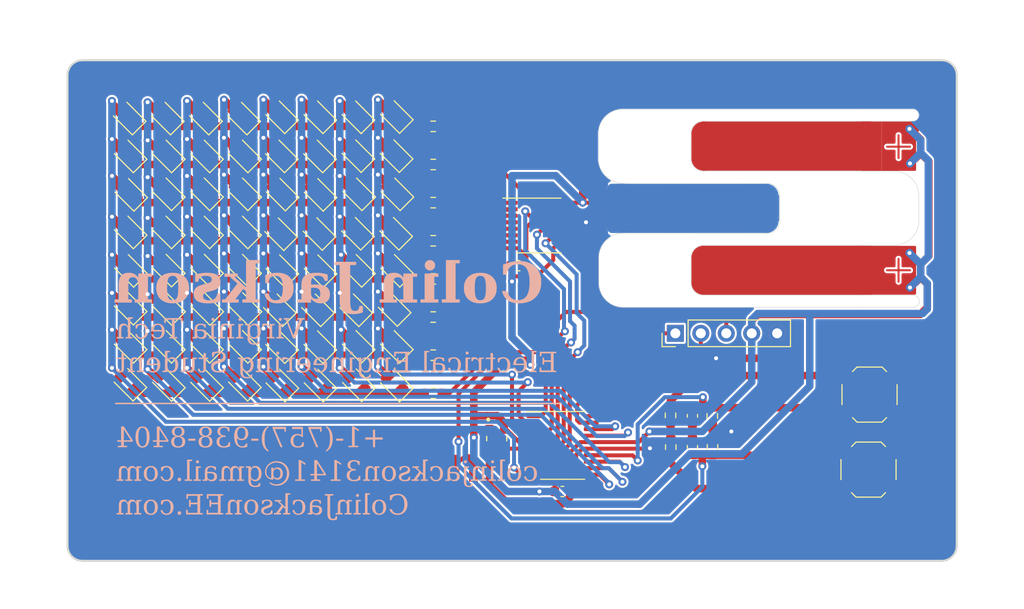
<source format=kicad_pcb>
(kicad_pcb (version 20221018) (generator pcbnew)
  (layers (0 "F.Cu" signal) (31 "B.Cu" signal) (34 "B.Paste" user) (35 "F.Paste" user) (36 "B.SilkS" user "B.Silkscreen") (37 "F.SilkS" user "F.Silkscreen") (38 "B.Mask" user) (39 "F.Mask" user) (44 "Edge.Cuts" user))
  (net 0 "")
  (net 1 "Net-(D1-K)")
  (net 2 "Row1")
  (net 3 "Net-(D10-K)")
  (net 4 "Net-(D11-K)")
  (net 5 "Net-(D12-K)")
  (net 6 "Net-(D13-K)")
  (net 7 "Net-(D14-K)")
  (net 8 "Net-(D15-K)")
  (net 9 "Net-(D16-K)")
  (net 10 "Row2")
  (net 11 "Row3")
  (net 12 "Row4")
  (net 13 "Row5")
  (net 14 "Row6")
  (net 15 "Row7")
  (net 16 "Row8")
  (net 17 "+3V0")
  (net 18 "GND")
  (net 19 "RESET")
  (net 20 "Col1")
  (net 21 "Col2")
  (net 22 "Col3")
  (net 23 "Col4")
  (net 24 "Col5")
  (net 25 "Col6")
  (net 26 "Col7")
  (net 27 "Col8")
  (net 28 "Net-(R10-Pad1)")
  (net 29 "BUTTON")
  (net 30 "Net-(R11-Pad1)")
  (net 31 "BUTTON2")
  (net 32 "SRCLK")
  (net 33 "RCLK")
  (net 34 "SER")
  (net 36 "SW_DIO")
  (net 37 "SW_CLK")
  (net 38 "CLK")
  (footprint "LED_SMD:LED_0805_2012Metric" (layer "F.Cu") (at 48.006 39.624 135)
    (fp_text reference "D20" hide)
    (fp_text value "L")
  )
  (footprint "LED_SMD:LED_0805_2012Metric" (layer "F.Cu") (at 44.196 39.624 135)
    (fp_text reference "D28" hide)
    (fp_text value "L")
  )
  (footprint "LED_SMD:LED_0805_2012Metric" (layer "F.Cu") (at 29.055087 28.166087 135)
    (fp_text reference "D60" hide)
    (fp_text value "L")
  )
  (footprint "LED_SMD:LED_0805_2012Metric" (layer "F.Cu") (at 40.386 24.384 135)
    (fp_text reference "D61" hide)
    (fp_text value "L")
  )
  (footprint "LED_SMD:LED_0805_2012Metric" (layer "F.Cu") (at 36.675087 28.166087 135)
    (fp_text reference "D58" hide)
    (fp_text value "L")
  )
  (footprint "LED_SMD:LED_0805_2012Metric" (layer "F.Cu") (at 36.675088 39.568174 135)
    (fp_text reference "D46" hide)
    (fp_text value "L")
  )
  (footprint "LED_SMD:LED_0805_2012Metric" (layer "F.Cu") (at 28.956 24.384 135)
    (fp_text reference "D64" hide)
    (fp_text value "L")
  )
  (footprint "LED_SMD:LED_0805_2012Metric" (layer "F.Cu") (at 40.513001 43.406087 135)
    (fp_text reference "D41" hide)
    (fp_text value "L")
  )
  (footprint "LED_SMD:LED_0805_2012Metric" (layer "F.Cu") (at 44.195999 51.054 135)
    (fp_text reference "D25" hide)
    (fp_text value "L")
  )
  (footprint "LED_SMD:LED_0805_2012Metric" (layer "F.Cu") (at 32.865087 50.998174 135)
    (fp_text reference "D35" hide)
    (fp_text value "L")
  )
  (footprint "LED_SMD:LED_0805_2012Metric" (layer "F.Cu") (at 51.788086 24.257 135)
    (fp_text reference "D16" hide)
    (fp_text value "L")
  )
  (footprint "LED_SMD:LED_0805_2012Metric" (layer "F.Cu") (at 51.871826 31.948174 135)
    (fp_text reference "D14" hide)
    (fp_text value "L")
  )
  (footprint "LED_SMD:LED_0805_2012Metric" (layer "F.Cu") (at 55.626 51.054 135)
    (fp_text reference "D1" hide)
    (fp_text value "L")
  )
  (footprint "Colin New Footprints:OSC_ECS-2520S25-250-FN-TR" (layer "F.Cu") (at 65.8368 56.5912 -90)
    (fp_text reference "Y1" hide)
    (fp_text value "Active Crystal Oscillator")
  )
  (footprint "LED_SMD:LED_0805_2012Metric" (layer "F.Cu") (at 55.399913 43.505174 135)
    (fp_text reference "D3" hide)
    (fp_text value "L")
  )
  (footprint "Colin New Footprints:CR2025 Circuit Board Battery Holder" (layer "F.Cu") (at 101.9724 24.8764)
    (fp_text reference "J1" hide)
    (fp_text value "Battery")
    (fp_line (start -26 3.75) (end -26 1.25) (stroke (width 0.05)) (layer "Edge.Cuts"))
    (fp_line (start -25.95 16.15) (end -25.95 13.65) (stroke (width 0.05)) (layer "Edge.Cuts"))
    (fp_line (start -23.55 -1.2) (end 0 -1.2) (stroke (width 0.05)) (layer "Edge.Cuts"))
    (fp_line (start -23.55 6.2) (end -9.136954 6.217588) (stroke (width 0.05)) (layer "Edge.Cuts"))
    (fp_line (start -23.5 11.2) (end -9.136954 11.217588) (stroke (width 0.05)) (layer "Edge.Cuts"))
    (fp_line (start -16.762951 3.749995) (end -16.762951 1.249995) (stroke (width 0.05)) (layer "Edge.Cuts"))
    (fp_line (start -16.749999 16.15) (end -16.749999 13.65) (stroke (width 0.05)) (layer "Edge.Cuts"))
    (fp_line (start -15.512951 -0.000005) (end 0.2 -0.000002) (stroke (width 0.05)) (layer "Edge.Cuts"))
    (fp_line (start -15.5 12.399997) (end 0 12.4) (stroke (width 0.05)) (layer "Edge.Cuts"))
    (fp_line (start -7.886954 7.45) (end -7.886954 9.95) (stroke (width 0.05)) (layer "Edge.Cuts"))
    (fp_line (start -0.050005 17.4) (end -15.5 17.400003) (stroke (width 0.05)) (layer "Edge.Cuts"))
    (fp_line (start 0 -1.2) (end 5.4 -1.2) (stroke (width 0.05)) (layer "Edge.Cuts"))
    (fp_line (start 0 4.999998) (end -15.512951 5.000001) (stroke (width 0.05)) (layer "Edge.Cuts"))
    (fp_line (start 0 5) (end 3.542588 5.007412) (stroke (width 0.05)) (layer "Edge.Cuts"))
    (fp_line (start 0 12.4) (end 3.55 12.4) (stroke (width 0.05)) (layer "Edge.Cuts"))
    (fp_line (start 0.05 18.6) (end -23.5 18.6) (stroke (width 0.05)) (layer "Edge.Cuts"))
    (fp_line (start 5.35 0) (end -0.05 0) (stroke (width 0.05)) (layer "Edge.Cuts"))
    (fp_line (start 5.45 17.4) (end -0.050005 17.4) (stroke (width 0.05)) (layer "Edge.Cuts"))
    (fp_line (start 5.45 18.6) (end 0.05 18.6) (stroke (width 0.05)) (layer "Edge.Cuts"))
    (fp_line (start 5.992588 7.457412) (end 6 9.95) (stroke (width 0.05)) (layer "Edge.Cuts"))
    (fp_arc (start -26 1.25) (mid -25.282412 -0.482412) (end -23.55 -1.2) (stroke (width 0.05)) (layer "Edge.Cuts"))
    (fp_arc (start -25.95 13.65) (mid -25.232412 11.917588) (end -23.5 11.2) (stroke (width 0.05)) (layer "Edge.Cuts"))
    (fp_arc (start -23.55 6.2) (mid -25.282412 5.482412) (end -26 3.75) (stroke (width 0.05)) (layer "Edge.Cuts"))
    (fp_arc (start -23.5 18.6) (mid -25.232412 17.882412) (end -25.95 16.15) (stroke (width 0.05)) (layer "Edge.Cuts"))
    (fp_arc (start -16.762951 1.249995) (mid -16.396834 0.366112) (end -15.512951 -0.000005) (stroke (width 0.05)) (layer "Edge.Cuts"))
    (fp_arc (start -16.750002 13.649997) (mid -16.383885 12.766114) (end -15.500002 12.399997) (stroke (width 0.05)) (layer "Edge.Cuts"))
    (fp_arc (start -15.512951 5.000001) (mid -16.396834 4.633884) (end -16.762951 3.750001) (stroke (width 0.05)) (layer "Edge.Cuts"))
    (fp_arc (start -15.500002 17.400003) (mid -16.383885 17.033886) (end -16.750002 16.150003) (stroke (width 0.05)) (layer "Edge.Cuts"))
    (fp_arc (start -9.136954 6.217588) (mid -8.25307 6.583704) (end -7.886954 7.467588) (stroke (width 0.05)) (layer "Edge.Cuts"))
    (fp_arc (start -7.886954 9.967588) (mid -8.253071 10.851471) (end -9.136954 11.217588) (stroke (width 0.05)) (layer "Edge.Cuts"))
    (fp_arc (start 3.542588 5.007412) (mid 5.275 5.725) (end 5.992588 7.457412) (stroke (width 0.05)) (layer "Edge.Cuts"))
    (fp_arc (start 5.4 -1.2) (mid 6 -0.6) (end 5.4 0) (stroke (width 0.05)) (layer "Edge.Cuts"))
    (fp_arc (start 5.45 17.4) (mid 6.05 18) (end 5.45 18.6) (stroke (width 0.05)) (layer "Edge.Cuts"))
    (fp_arc (start 6 9.95) (mid 5.282412 11.682412) (end 3.55 12.4) (stroke (width 0.05)) (layer "Edge.Cuts"))
  )
  (footprint "LED_SMD:LED_0805_2012Metric" (layer "F.Cu") (at 47.906913 35.913087 135)
    (fp_text reference "D21" hide)
    (fp_text value "L")
  )
  (footprint "LED_SMD:LED_0805_2012Metric" (layer "F.Cu") (at 29.055088 35.758174 135)
    (fp_text reference "D52" hide)
    (fp_text value "L")
  )
  (footprint "LED_SMD:LED_0805_2012Metric" (layer "F.Cu") (at 36.675087 50.998174 135)
    (fp_text reference "D34" hide)
    (fp_text value "L")
  )
  (footprint "LED_SMD:LED_0805_2012Metric" (layer "F.Cu") (at 40.485088 47.188174 135)
    (fp_text reference "D37" hide)
    (fp_text value "L")
  )
  (footprint "LED_SMD:LED_0805_2012Metric" (layer "F.Cu") (at 47.978087 47.216087 135)
    (fp_text reference "D18" hide)
    (fp_text value "L")
  )
  (footprint "LED_SMD:LED_0805_2012Metric" (layer "F.Cu") (at 32.865088 47.188174 135)
    (fp_text reference "D39" hide)
    (fp_text value "L")
  )
  (footprint "LED_SMD:LED_0805_2012Metric" (layer "F.Cu") (at 51.816 47.188174 135)
    (fp_text reference "D10" hide)
    (fp_text value "L")
  )
  (footprint "LED_SMD:LED_0805_2012Metric" (layer "F.Cu") (at 44.069 35.941 135)
    (fp_text reference "D29" hide)
    (fp_text value "L")
  )
  (footprint "Button_Switch_SMD:SW_SPST_TL3342" (layer "F.Cu") (at 102.9462 59.69)
    (fp_text reference "SW2" hide)
    (fp_text value "SMD Push Button")
  )
  (footprint "LED_SMD:LED_0805_2012Metric" (layer "F.Cu") (at 44.168086 24.257 135)
    (fp_text reference "D32" hide)
    (fp_text value "L")
  )
  (footprint "Resistor_SMD:R_0603_1608Metric" (layer "F.Cu") (at 59.5 44.45)
    (fp_text reference "R4" hide)
    (fp_text value "100 Ω")
  )
  (footprint "Connector_PinHeader_2.54mm:PinHeader_1x05_P2.54mm_Vertical" (layer "F.Cu") (at 83.6676 46.0756 90)
    (fp_text reference "J2" hide)
    (fp_text value "Reprogram")
  )
  (footprint "LED_SMD:LED_0805_2012Metric" (layer "F.Cu") (at 47.752 43.533087 135)
    (fp_text reference "D19" hide)
    (fp_text value "L")
  )
  (footprint "LED_SMD:LED_0805_2012Metric" (layer "F.Cu") (at 36.675088 35.758174 135)
    (fp_text reference "D50" hide)
    (fp_text value "L")
  )
  (footprint "LED_SMD:LED_0805_2012Metric" (layer "F.Cu") (at 32.865087 28.166087 135)
    (fp_text reference "D59" hide)
    (fp_text value "L")
  )
  (footprint "Capacitor_SMD:C_0603_1608Metric" (layer "F.Cu") (at 72.39 61.8744)
    (fp_text reference "C1" hide)
    (fp_text value "10uF")
  )
  (footprint "LED_SMD:LED_0805_2012Metric" (layer "F.Cu") (at 48.005999 51.054 135)
    (fp_text reference "D17" hide)
    (fp_text value "L")
  )
  (footprint "Package_SO:TSSOP-20_4.4x6.5mm_P0.65mm" (layer "F.Cu") (at 72.4077 57.2718)
    (fp_text reference "U1" hide)
    (fp_text value "STM32L010F4Px")
  )
  (footprint "LED_SMD:LED_0805_2012Metric" (layer "F.Cu") (at 36.675088 47.188174 135)
    (fp_text reference "D38" hide)
    (fp_text value "L")
  )
  (footprint "Resistor_SMD:R_0603_1608Metric" (layer "F.Cu") (at 87.3506 54.3314 -90)
    (fp_text reference "R12" hide)
    (fp_text value "10kΩ")
  )
  (footprint "LED_SMD:LED_0805_2012Metric" (layer "F.Cu") (at 29.083001 39.596087 135)
    (fp_text reference "D48" hide)
    (fp_text value "L")
  )
  (footprint "Resistor_SMD:R_0603_1608Metric" (layer "F.Cu") (at 87.376 57.4302 90)
    (fp_text reference "R1" hide)
    (fp_text value "10kΩ")
  )
  (footprint "LED_SMD:LED_0805_2012Metric" (layer "F.Cu") (at 29.055088 47.188174 135)
    (fp_text reference "D40" hide)
    (fp_text value "L")
  )
  (footprint "LED_SMD:LED_0805_2012Metric" (layer "F.Cu") (at 40.485088 39.568174 135)
    (fp_text reference "D45" hide)
    (fp_text value "L")
  )
  (footprint "LED_SMD:LED_0805_2012Metric" (layer "F.Cu") (at 40.485087 28.166087 135)
    (fp_text reference "D57" hide)
    (fp_text value "L")
  )
  (footprint "LED_SMD:LED_0805_2012Metric" (layer "F.Cu") (at 47.950173 28.166087 135)
    (fp_text reference "D23" hide)
    (fp_text value "L")
  )
  (footprint "LED_SMD:LED_0805_2012Metric" (layer "F.Cu") (at 29.055088 43.378174 135)
    (fp_text reference "D44" hide)
    (fp_text value "L")
  )
  (footprint "LED_SMD:LED_0805_2012Metric" (layer "F.Cu") (at 44.223913 31.976087 135)
    (fp_text reference "D30" hide)
    (fp_text value "L")
  )
  (footprint "LED_SMD:LED_0805_2012Metric" (layer "F.Cu") (at 51.562 43.533087 135)
    (fp_text reference "D11" hide)
    (fp_text value "L")
  )
  (footprint "LED_SMD:LED_0805_2012Metric" (layer "F.Cu") (at 32.865088 35.758174 135)
    (fp_text reference "D51" hide)
    (fp_text value "L")
  )
  (footprint "Resistor_SMD:R_0603_1608Metric" (layer "F.Cu") (at 59.5 33.02)
    (fp_text reference "R7" hide)
    (fp_text value "100 Ω")
  )
  (footprint "Resistor_SMD:R_0603_1608Metric" (layer "F.Cu") (at 59.5 36.83)
    (fp_text reference "R6" hide)
    (fp_text value "100 Ω")
  )
  (footprint "LED_SMD:LED_0805_2012Metric" (layer "F.Cu") (at 51.744826 35.885174 135)
    (fp_text reference "D13" hide)
    (fp_text value "L")
  )
  (footprint "LED_SMD:LED_0805_2012Metric" (layer "F.Cu") (at 55.598087 28.138174 135)
    (fp_text reference "D7" hide)
    (fp_text value "L")
  )
  (footprint "LED_SMD:LED_0805_2012Metric" (layer "F.Cu") (at 48.006 32.004 135)
    (fp_text reference "D22" hide)
    (fp_text value "L")
  )
  (footprint "Resistor_SMD:R_0603_1608Metric" (layer "F.Cu") (at 83.185 54.2674 -90)
    (fp_text reference "R10" hide)
    (fp_text value "1kΩ")
  )
  (footprint "LED_SMD:LED_0805_2012Metric" (layer "F.Cu") (at 36.703001 43.406087 135)
    (fp_text reference "D42" hide)
    (fp_text value "L")
  )
  (footprint "Package_SO:TSSOP-16_4.4x5mm_P0.65mm" (layer "F.Cu") (at 70.0532 35.306)
    (fp_text reference "U3" hide)
    (fp_text value "74HC595")
  )
  (footprint "LED_SMD:LED_0805_2012Metric" (layer "F.Cu") (at 51.788086 28.138174 135)
    (fp_text reference "D15" hide)
    (fp_text value "L")
  )
  (footprint "LED_SMD:LED_0805_2012Metric" (layer "F.Cu") (at 51.843913 39.596087 135)
    (fp_text reference "D12" hide)
    (fp_text value "L")
  )
  (footprint "LED_SMD:LED_0805_2012Metric" (layer "F.Cu") (at 55.626 47.188174 135)
    (fp_text reference "D2" hide)
    (fp_text value "L")
  )
  (footprint "LED_SMD:LED_0805_2012Metric" (layer "F.Cu") (at 32.893001 43.406087 135)
    (fp_text reference "D43" hide)
    (fp_text value "L")
  )
  (footprint "LED_SMD:LED_0805_2012Metric" (layer "F.Cu") (at 36.576 24.384 135)
    (fp_text reference "D62" hide)
    (fp_text value "L")
  )
  (footprint "Resistor_SMD:R_0603_1608Metric" (layer "F.Cu") (at 83.2104 57.4424 90)
    (fp_text reference "R11" hide)
    (fp_text value "1kΩ")
  )
  (footprint "LED_SMD:LED_0805_2012Metric" (layer "F.Cu") (at 40.485088 31.948174 135)
    (fp_text reference "D53" hide)
    (fp_text value "L")
  )
  (footprint "Resistor_SMD:R_0603_1608Metric" (layer "F.Cu") (at 59.5 29.21)
    (fp_text reference "R8" hide)
    (fp_text value "100 Ω")
  )
  (footprint "LED_SMD:LED_0805_2012Metric" (layer "F.Cu") (at 40.457174 50.970261 135)
    (fp_text reference "D33" hide)
    (fp_text value "L")
  )
  (footprint "LED_SMD:LED_0805_2012Metric" (layer "F.Cu") (at 32.865088 39.568174 135)
    (fp_text reference "D47" hide)
    (fp_text value "L")
  )
  (footprint "Button_Switch_SMD:SW_SPST_TL3342" (layer "F.Cu") (at 103.0478 52.197 180)
    (fp_text reference "SW1" hide)
    (fp_text value "SMD Push Button")
  )
  (footprint "LED_SMD:LED_0805_2012Metric" (layer "F.Cu") (at 36.675088 31.948174 135)
    (fp_text reference "D54" hide)
    (fp_text value "L")
  )
  (footprint "Capacitor_SMD:C_0603_1608Metric" (layer "F.Cu") (at 85.3694 54.3182 90)
    (fp_text reference "C4" hide)
    (fp_text value "0.1uF")
  )
  (footprint "LED_SMD:LED_0805_2012Metric" (layer "F.Cu") (at 44.168087 47.216087 135)
    (fp_text reference "D26" hide)
    (fp_text value "L")
  )
  (footprint "LED_SMD:LED_0805_2012Metric" (layer "F.Cu") (at 44.140173 28.166087 135)
    (fp_text reference "D31" hide)
    (fp_text value "L")
  )
  (footprint "Capacitor_SMD:C_0603_1608Metric" (layer "F.Cu") (at 68.0212 39.3192 180)
    (fp_text reference "C2" hide)
    (fp_text value "10uF")
  )
  (footprint "Resistor_SMD:R_0603_1608Metric" (layer "F.Cu") (at 59.5 48.26)
    (fp_text reference "R3" hide)
    (fp_text value "100 Ω")
  )
  (footprint "LED_SMD:LED_0805_2012Metric" (layer "F.Cu") (at 47.978086 24.257 135)
    (fp_text reference "D24" hide)
    (fp_text value "L")
  )
  (footprint "LED_SMD:LED_0805_2012Metric" (layer "F.Cu") (at 29.027174 50.970261 135)
    (fp_text reference "D36" hide)
    (fp_text value "L")
  )
  (footprint "LED_SMD:LED_0805_2012Metric" (layer "F.Cu") (at 55.653913 39.596087 135)
    (fp_text reference "D4" hide)
    (fp_text value "L")
  )
  (footprint "LED_SMD:LED_0805_2012Metric" (layer "F.Cu") (at 29.110914 32.004 135)
    (fp_text reference "D56" hide)
    (fp_text value "L")
  )
  (footprint "Capacitor_SMD:C_0603_1608Metric" (layer "F.Cu") (at 85.3694 57.417 -90)
    (fp_text reference "C3" hide)
    (fp_text value "0.1uF")
  )
  (footprint "Resistor_SMD:R_0603_1608Metric" (layer "F.Cu") (at 59.5 25.4)
    (fp_text reference "R9" hide)
    (fp_text value "100 Ω")
  )
  (footprint "Resistor_SMD:R_0603_1608Metric" (layer "F.Cu") (at 59.5 52.07)
    (fp_text reference "R2" hide)
    (fp_text value "100 Ω")
  )
  (footprint "LED_SMD:LED_0805_2012Metric" (layer "F.Cu") (at 43.942 43.533087 135)
    (fp_text reference "D27" hide)
    (fp_text value "L")
  )
  (footprint "LED_SMD:LED_0805_2012Metric" (layer "F.Cu") (at 32.865088 31.948174 135)
    (fp_text reference "D55" hide)
    (fp_text value "L")
  )
  (footprint "LED_SMD:LED_0805_2012Metric" (layer "F.Cu") (at 55.554826 35.885174 135)
    (fp_text reference "D5" hide)
    (fp_text value "L")
  )
  (footprint "LED_SMD:LED_0805_2012Metric" (layer "F.Cu") (at 32.766 24.384 135)
    (fp_text reference "D63" hide)
    (fp_text value "L")
  )
  (footprint "Resistor_SMD:R_0603_1608Metric" (layer "F.Cu") (at 59.5 40.64)
    (fp_text reference "R5" hide)
    (fp_text value "100 Ω")
  )
  (footprint "LED_SMD:LED_0805_2012Metric" (layer "F.Cu") (at 51.843913 51.026087 135)
    (fp_text reference "D9" hide)
    (fp_text value "L")
  )
  (footprint "LED_SMD:LED_0805_2012Metric" (layer "F.Cu") (at 55.681826 31.948174 135)
    (fp_text reference "D6" hide)
    (fp_text value "L")
  )
  (footprint "LED_SMD:LED_0805_2012Metric" (layer "F.Cu") (at 40.485088 35.758174 135)
    (fp_text reference "D49" hide)
    (fp_text value "L")
  )
  (footprint "LED_SMD:LED_0805_2012Metric" (layer "F.Cu") (at 55.625999 24.229087 135)
    (fp_text reference "D8" hide)
    (fp_text value "L")
  )
  (gr_line (start 107.0864 39.7764) (end 104.8004 39.7764) (stroke (width 0.2)) (layer "F.Cu"))
  (gr_line (start 105.9434 40.9194) (end 105.9434 38.6334) (stroke (width 0.2)) (layer "F.Cu"))
  (gr_line (start 107.0864 27.432) (end 104.8004 27.432) (stroke (width 0.2)) (layer "F.Cu"))
  (gr_line (start 105.9434 28.575) (end 105.9434 26.289) (stroke (width 0.2)) (layer "F.Cu"))
  (gr_line (start 92.329 33.5788) (end 90.043 33.5788) (stroke (width 0.2)) (layer "F.Cu"))
  (gr_line (start 27.813 53.086) (end 72.263 53.086) (stroke (width 0.15)) (layer "B.SilkS"))
  (gr_arc (start 23 20.3) (mid 23.43934 19.23934) (end 24.5 18.8) (stroke (width 0.2)) (layer "Edge.Cuts"))
  (gr_line (start 102.3716 42.2494) (end 102.271595 42.2494) (stroke (width 0.05)) (layer "Edge.Cuts"))
  (gr_line (start 111.75 20.3) (end 111.75 67.3) (stroke (width 0.2)) (layer "Edge.Cuts"))
  (gr_line (start 24.5 18.8) (end 110.25 18.8) (stroke (width 0.2)) (layer "Edge.Cuts"))
  (gr_line (start 23 20.3) (end 23 67.3) (stroke (width 0.2)) (layer "Edge.Cuts"))
  (gr_arc (start 24.5 68.8) (mid 23.43934 68.36066) (end 23 67.3) (stroke (width 0.2)) (layer "Edge.Cuts"))
  (gr_arc (start 111.75 67.3) (mid 111.31066 68.36066) (end 110.25 68.8) (stroke (width 0.2)) (layer "Edge.Cuts"))
  (gr_line (start 110.25 68.8) (end 24.5 68.8) (stroke (width 0.2)) (layer "Edge.Cuts"))
  (gr_arc (start 110.25 18.8) (mid 111.31066 19.23934) (end 111.75 20.3) (stroke (width 0.2)) (layer "Edge.Cuts"))
  (gr_text "Electrical Engineer" (at 27.7622 64.2874) (layer "F.Cu") (effects (font (size 2 2) (thickness 0.375)) (justify left bottom)))
  (gr_text "Colin Jackson" (at 27.7622 61.4934) (layer "F.Cu") (effects (font (size 3.5 3.5) (thickness 0.3) bold) (justify left bottom)))
  (gr_text "Colin Jackson" (at 27.559 43.688) (layer "B.SilkS") (effects (font (size 4 4) (thickness 0.6) bold) (justify right bottom mirror)))
  (gr_text "+1-(757)-938-8404\ncolinjackson3141@gmail.com\nColinJacksonEE.com" (at 27.813 64.516) (layer "B.SilkS") (effects (font (size 2 2) (thickness 0.25)) (justify right bottom mirror)))
  (gr_text "Virginia Tech\nElectrical Engineering Student" (at 27.813 50.292) (layer "B.SilkS") (effects (font (size 2 2) (thickness 0.25)) (justify right bottom mirror)))
  (segment (start 49.021999 52.07) (end 45.211999 52.07) (width 0.75) (layer "F.Cu") (net 1))
  (segment (start 29.971999 52.07) (end 29.590999 51.689) (width 0.75) (layer "F.Cu") (net 1))
  (segment (start 37.591999 52.07) (end 33.781999 52.07) (width 0.75) (layer "F.Cu") (net 1))
  (segment (start 45.211999 52.07) (end 41.401999 52.07) (width 0.75) (layer "F.Cu") (net 1))
  (segment (start 37.591999 52.07) (end 37.238912 51.716913) (width 0.75) (layer "F.Cu") (net 1))
  (segment (start 56.642 52.07) (end 52.887826 52.07) (width 0.75) (layer "F.Cu") (net 1))
  (segment (start 41.401999 52.07) (end 37.591999 52.07) (width 0.75) (layer "F.Cu") (net 1))
  (segment (start 52.887826 52.07) (end 49.021999 52.07) (width 0.75) (layer "F.Cu") (net 1))
  (segment (start 33.781999 52.07) (end 33.428912 51.716913) (width 0.75) (layer "F.Cu") (net 1))
  (segment (start 52.887826 52.07) (end 52.506826 51.689) (width 0.75) (layer "F.Cu") (net 1))
  (segment (start 56.642 52.07) (end 56.288913 51.716913) (width 0.75) (layer "F.Cu") (net 1))
  (segment (start 49.021999 52.07) (end 48.668912 51.716913) (width 0.75) (layer "F.Cu") (net 1))
  (segment (start 45.211999 52.07) (end 44.858912 51.716913) (width 0.75) (layer "F.Cu") (net 1))
  (segment (start 33.781999 52.07) (end 29.971999 52.07) (width 0.75) (layer "F.Cu") (net 1))
  (segment (start 41.401999 52.07) (end 41.020999 51.689) (width 0.75) (layer "F.Cu") (net 1))
  (segment (start 58.675 52.07) (end 56.642 52.07) (width 0.75) (layer "F.Cu") (net 1))
  (segment (start 67.3608 54.61) (end 67.3608 50.1904) (width 0.4) (layer "F.Cu") (net 2))
  (segment (start 54.808174 23.566174) (end 53.975 22.733) (width 0.75) (layer "F.Cu") (net 2))
  (segment (start 54.907261 27.475261) (end 53.975 26.543) (width 0.75) (layer "F.Cu") (net 2))
  (segment (start 54.891913 35.206913) (end 53.975 34.29) (width 0.75) (layer "F.Cu") (net 2))
  (segment (start 68.3976 55.6468) (end 67.3608 54.61) (width 0.4) (layer "F.Cu") (net 2))
  (segment (start 54.737 42.672) (end 53.975 41.91) (width 0.75) (layer "F.Cu") (net 2))
  (segment (start 54.737 42.842261) (end 54.737 42.672) (width 0.75) (layer "F.Cu") (net 2))
  (segment (start 54.935174 27.475261) (end 54.907261 27.475261) (width 0.75) (layer "F.Cu") (net 2))
  (segment (start 54.963087 46.525261) (end 54.907261 46.525261) (width 0.75) (layer "F.Cu") (net 2))
  (segment (start 54.891913 35.222261) (end 54.891913 35.206913) (width 0.75) (layer "F.Cu") (net 2))
  (segment (start 55.018913 31.285261) (end 55.018913 31.269913) (width 0.75) (layer "F.Cu") (net 2))
  (segment (start 54.991 38.933174) (end 54.808174 38.933174) (width 0.75) (layer "F.Cu") (net 2))
  (segment (start 69.5452 55.6468) (end 68.3976 55.6468) (width 0.4) (layer "F.Cu") (net 2))
  (segment (start 54.963087 50.391087) (end 53.975 49.403) (width 0.75) (layer "F.Cu") (net 2))
  (segment (start 54.907261 46.525261) (end 53.975 45.593) (width 0.75) (layer "F.Cu") (net 2))
  (segment (start 55.018913 31.269913) (end 53.975 30.226) (width 0.75) (layer "F.Cu") (net 2))
  (segment (start 54.963086 23.566174) (end 54.808174 23.566174) (width 0.75) (layer "F.Cu") (net 2))
  (segment (start 54.808174 38.933174) (end 53.975 38.1) (width 0.75) (layer "F.Cu") (net 2))
  (via (at 53.975 34.29) (size 0.8) (drill 0.4) (layers "F.Cu" "B.Cu") (net 2))
  (via (at 53.975 30.226) (size 0.8) (drill 0.4) (layers "F.Cu" "B.Cu") (net 2))
  (via (at 53.975 49.403) (size 0.8) (drill 0.4) (layers "F.Cu" "B.Cu") (net 2))
  (via (at 67.3608 50.1904) (size 0.8) (drill 0.4) (layers "F.Cu" "B.Cu") (net 2))
  (via (at 53.975 38.1) (size 0.8) (drill 0.4) (layers "F.Cu" "B.Cu") (net 2))
  (via (at 53.975 41.91) (size 0.8) (drill 0.4) (layers "F.Cu" "B.Cu") (net 2))
  (via (at 53.975 45.593) (size 0.8) (drill 0.4) (layers "F.Cu" "B.Cu") (net 2))
  (via (at 53.975 26.543) (size 0.8) (drill 0.4) (layers "F.Cu" "B.Cu") (net 2))
  (via (at 53.975 22.733) (size 0.8) (drill 0.4) (layers "F.Cu" "B.Cu") (net 2))
  (segment (start 53.975 49.403) (end 53.975 22.733) (width 0.75) (layer "B.Cu") (net 2))
  (segment (start 53.975 49.5046) (end 54.6608 50.1904) (width 0.4) (layer "B.Cu") (net 2))
  (segment (start 53.975 49.403) (end 53.975 49.5046) (width 0.4) (layer "B.Cu") (net 2))
  (segment (start 54.6608 50.1904) (end 67.3608 50.1904) (width 0.4) (layer "B.Cu") (net 2))
  (segment (start 41.402 48.26) (end 41.048913 47.906913) (width 0.75) (layer "F.Cu") (net 3))
  (segment (start 56.697826 48.26) (end 52.887826 48.26) (width 0.75) (layer "F.Cu") (net 3))
  (segment (start 56.697826 48.26) (end 56.288913 47.851087) (width 0.75) (layer "F.Cu") (net 3))
  (segment (start 52.887826 48.26) (end 52.478913 47.851087) (width 0.75) (layer "F.Cu") (net 3))
  (segment (start 33.782 48.26) (end 33.428913 47.906913) (width 0.75) (layer "F.Cu") (net 3))
  (segment (start 37.592 48.26) (end 37.238913 47.906913) (width 0.75) (layer "F.Cu") (net 3))
  (segment (start 49.022 48.26) (end 45.212 48.26) (width 0.75) (layer "F.Cu") (net 3))
  (segment (start 33.782 48.26) (end 29.972 48.26) (width 0.75) (layer "F.Cu") (net 3))
  (segment (start 37.592 48.26) (end 33.782 48.26) (width 0.75) (layer "F.Cu") (net 3))
  (segment (start 45.212 48.26) (end 41.402 48.26) (width 0.75) (layer "F.Cu") (net 3))
  (segment (start 58.675 48.26) (end 56.697826 48.26) (width 0.75) (layer "F.Cu") (net 3))
  (segment (start 29.972 48.26) (end 29.618913 47.906913) (width 0.75) (layer "F.Cu") (net 3))
  (segment (start 41.402 48.26) (end 37.592 48.26) (width 0.75) (layer "F.Cu") (net 3))
  (segment (start 45.212 48.26) (end 44.831 47.879) (width 0.75) (layer "F.Cu") (net 3))
  (segment (start 52.887826 48.26) (end 49.022 48.26) (width 0.75) (layer "F.Cu") (net 3))
  (segment (start 49.022 48.26) (end 48.641 47.879) (width 0.75) (layer "F.Cu") (net 3))
  (segment (start 42.545 44.45) (end 38.735 44.45) (width 0.75) (layer "F.Cu") (net 4))
  (segment (start 49.53 44.45) (end 45.72 44.45) (width 0.75) (layer "F.Cu") (net 4))
  (segment (start 52.478913 44.45) (end 52.224913 44.196) (width 0.75) (layer "F.Cu") (net 4))
  (segment (start 34.29 44.45) (end 29.972 44.45) (width 0.75) (layer "F.Cu") (net 4))
  (segment (start 49.53 44.45) (end 48.668913 44.45) (width 0.75) (layer "F.Cu") (net 4))
  (segment (start 53.34 44.45) (end 49.53 44.45) (width 0.75) (layer "F.Cu") (net 4))
  (segment (start 41.402 44.45) (end 41.048913 44.096913) (width 0.75) (layer "F.Cu") (net 4))
  (segment (start 38.735 44.45) (end 37.592 44.45) (width 0.75) (layer "F.Cu") (net 4))
  (segment (start 29.972 44.45) (end 29.646826 44.124826) (width 0.75) (layer "F.Cu") (net 4))
  (segment (start 56.344739 44.45) (end 53.34 44.45) (width 0.75) (layer "F.Cu") (net 4))
  (segment (start 53.34 44.45) (end 52.478913 44.45) (width 0.75) (layer "F.Cu") (net 4))
  (segment (start 45.72 44.45) (end 42.545 44.45) (width 0.75) (layer "F.Cu") (net 4))
  (segment (start 38.735 44.45) (end 34.29 44.45) (width 0.75) (layer "F.Cu") (net 4))
  (segment (start 45.72 44.45) (end 44.858913 44.45) (width 0.75) (layer "F.Cu") (net 4))
  (segment (start 56.344739 44.45) (end 56.062826 44.168087) (width 0.75) (layer "F.Cu") (net 4))
  (segment (start 37.592 44.45) (end 37.266826 44.124826) (width 0.75) (layer "F.Cu") (net 4))
  (segment (start 33.782 44.45) (end 33.456826 44.124826) (width 0.75) (layer "F.Cu") (net 4))
  (segment (start 42.545 44.45) (end 41.402 44.45) (width 0.75) (layer "F.Cu") (net 4))
  (segment (start 34.29 44.45) (end 33.782 44.45) (width 0.75) (layer "F.Cu") (net 4))
  (segment (start 48.668913 44.45) (end 48.414913 44.196) (width 0.75) (layer "F.Cu") (net 4))
  (segment (start 58.675 44.45) (end 56.344739 44.45) (width 0.75) (layer "F.Cu") (net 4))
  (segment (start 44.858913 44.45) (end 44.604913 44.196) (width 0.75) (layer "F.Cu") (net 4))
  (segment (start 41.402 40.64) (end 41.076826 40.314826) (width 0.75) (layer "F.Cu") (net 5))
  (segment (start 29.972 40.64) (end 29.618913 40.286913) (width 0.75) (layer "F.Cu") (net 5))
  (segment (start 49.53 40.64) (end 45.72 40.64) (width 0.75) (layer "F.Cu") (net 5))
  (segment (start 38.1 40.64) (end 37.592 40.64) (width 0.75) (layer "F.Cu") (net 5))
  (segment (start 45.72 40.64) (end 45.212 40.64) (width 0.75) (layer "F.Cu") (net 5))
  (segment (start 53.975 40.64) (end 49.53 40.64) (width 0.75) (layer "F.Cu") (net 5))
  (segment (start 34.29 40.64) (end 33.782 40.64) (width 0.75) (layer "F.Cu") (net 5))
  (segment (start 41.91 40.64) (end 38.1 40.64) (width 0.75) (layer "F.Cu") (net 5))
  (segment (start 45.72 40.64) (end 41.91 40.64) (width 0.75) (layer "F.Cu") (net 5))
  (segment (start 52.887826 40.64) (end 52.506826 40.259) (width 0.75) (layer "F.Cu") (net 5))
  (segment (start 57.15 40.64) (end 53.975 40.64) (width 0.75) (layer "F.Cu") (net 5))
  (segment (start 41.91 40.64) (end 41.402 40.64) (width 0.75) (layer "F.Cu") (net 5))
  (segment (start 33.782 40.64) (end 33.428913 40.286913) (width 0.75) (layer "F.Cu") (net 5))
  (segment (start 56.697826 40.64) (end 56.316826 40.259) (width 0.75) (layer "F.Cu") (net 5))
  (segment (start 49.53 40.64) (end 49.022 40.64) (width 0.75) (layer "F.Cu") (net 5))
  (segment (start 38.1 40.64) (end 34.29 40.64) (width 0.75) (layer "F.Cu") (net 5))
  (segment (start 45.212 40.64) (end 44.858913 40.286913) (width 0.75) (layer "F.Cu") (net 5))
  (segment (start 57.15 40.64) (end 56.697826 40.64) (width 0.75) (layer "F.Cu") (net 5))
  (segment (start 34.29 40.64) (end 29.972 40.64) (width 0.75) (layer "F.Cu") (net 5))
  (segment (start 53.975 40.64) (end 52.887826 40.64) (width 0.75) (layer "F.Cu") (net 5))
  (segment (start 58.675 40.64) (end 57.15 40.64) (width 0.75) (layer "F.Cu") (net 5))
  (segment (start 37.592 40.64) (end 37.238913 40.286913) (width 0.75) (layer "F.Cu") (net 5))
  (segment (start 49.022 40.64) (end 48.668913 40.286913) (width 0.75) (layer "F.Cu") (net 5))
  (segment (start 49.53 36.83) (end 46.355 36.83) (width 0.75) (layer "F.Cu") (net 6))
  (segment (start 34.925 36.83) (end 29.972 36.83) (width 0.75) (layer "F.Cu") (net 6))
  (segment (start 34.925 36.83) (end 33.782 36.83) (width 0.75) (layer "F.Cu") (net 6))
  (segment (start 53.34 36.83) (end 52.689652 36.83) (width 0.75) (layer "F.Cu") (net 6))
  (segment (start 52.689652 36.83) (end 52.407739 36.548087) (width 0.75) (layer "F.Cu") (net 6))
  (segment (start 37.592 36.83) (end 37.238913 36.476913) (width 0.75) (layer "F.Cu") (net 6))
  (segment (start 41.402 36.83) (end 41.048913 36.476913) (width 0.75) (layer "F.Cu") (net 6))
  (segment (start 41.91 36.83) (end 38.735 36.83) (width 0.75) (layer "F.Cu") (net 6))
  (segment (start 46.355 36.83) (end 44.958 36.83) (width 0.75) (layer "F.Cu") (net 6))
  (segment (start 48.823826 36.83) (end 48.569826 36.576) (width 0.75) (layer "F.Cu") (net 6))
  (segment (start 56.499652 36.83) (end 56.217739 36.548087) (width 0.75) (layer "F.Cu") (net 6))
  (segment (start 46.355 36.83) (end 41.91 36.83) (width 0.75) (layer "F.Cu") (net 6))
  (segment (start 57.15 36.83) (end 56.499652 36.83) (width 0.75) (layer "F.Cu") (net 6))
  (segment (start 29.972 36.83) (end 29.618913 36.476913) (width 0.75) (layer "F.Cu") (net 6))
  (segment (start 41.91 36.83) (end 41.402 36.83) (width 0.75) (layer "F.Cu") (net 6))
  (segment (start 38.735 36.83) (end 34.925 36.83) (width 0.75) (layer "F.Cu") (net 6))
  (segment (start 53.34 36.83) (end 49.53 36.83) (width 0.75) (layer "F.Cu") (net 6))
  (segment (start 44.958 36.83) (end 44.731913 36.603913) (width 0.75) (layer "F.Cu") (net 6))
  (segment (start 58.675 36.83) (end 57.15 36.83) (width 0.75) (layer "F.Cu") (net 6))
  (segment (start 38.735 36.83) (end 37.592 36.83) (width 0.75) (layer "F.Cu") (net 6))
  (segment (start 49.53 36.83) (end 48.823826 36.83) (width 0.75) (layer "F.Cu") (net 6))
  (segment (start 33.782 36.83) (end 33.428913 36.476913) (width 0.75) (layer "F.Cu") (net 6))
  (segment (start 57.15 36.83) (end 53.34 36.83) (width 0.75) (layer "F.Cu") (net 6))
  (segment (start 46.355 33.02) (end 45.267826 33.02) (width 0.75) (layer "F.Cu") (net 7))
  (segment (start 52.943652 33.02) (end 52.534739 32.611087) (width 0.75) (layer "F.Cu") (net 7))
  (segment (start 41.402 33.02) (end 41.104739 32.722739) (width 0.75) (layer "F.Cu") (net 7))
  (segment (start 53.975 33.02) (end 52.943652 33.02) (width 0.75) (layer "F.Cu") (net 7))
  (segment (start 58.675 33.02) (end 57.785 33.02) (width 0.75) (layer "F.Cu") (net 7))
  (segment (start 38.735 33.02) (end 37.592 33.02) (width 0.75) (layer "F.Cu") (net 7))
  (segment (start 43.18 33.02) (end 38.735 33.02) (width 0.75) (layer "F.Cu") (net 7))
  (segment (start 34.29 33.02) (end 33.782 33.02) (width 0.75) (layer "F.Cu") (net 7))
  (segment (start 34.29 33.02) (end 29.972 33.02) (width 0.75) (layer "F.Cu") (net 7))
  (segment (start 38.735 33.02) (end 34.29 33.02) (width 0.75) (layer "F.Cu") (net 7))
  (segment (start 29.972 33.02) (end 29.618913 32.666913) (width 0.75) (layer "F.Cu") (net 7))
  (segment (start 50.8 33.02) (end 49.022 33.02) (width 0.75) (layer "F.Cu") (net 7))
  (segment (start 45.267826 33.02) (end 44.886826 32.639) (width 0.75) (layer "F.Cu") (net 7))
  (segment (start 56.753652 33.02) (end 56.344739 32.611087) (width 0.75) (layer "F.Cu") (net 7))
  (segment (start 50.8 33.02) (end 46.355 33.02) (width 0.75) (layer "F.Cu") (net 7))
  (segment (start 46.355 33.02) (end 43.18 33.02) (width 0.75) (layer "F.Cu") (net 7))
  (segment (start 33.782 33.02) (end 33.428913 32.666913) (width 0.75) (layer "F.Cu") (net 7))
  (segment (start 53.975 33.02) (end 50.8 33.02) (width 0.75) (layer "F.Cu") (net 7))
  (segment (start 57.785 33.02) (end 56.753652 33.02) (width 0.75) (layer "F.Cu") (net 7))
  (segment (start 43.18 33.02) (end 41.402 33.02) (width 0.75) (layer "F.Cu") (net 7))
  (segment (start 49.022 33.02) (end 48.668913 32.666913) (width 0.75) (layer "F.Cu") (net 7))
  (segment (start 57.785 33.02) (end 53.975 33.02) (width 0.75) (layer "F.Cu") (net 7))
  (segment (start 37.592 33.02) (end 37.238913 32.666913) (width 0.75) (layer "F.Cu") (net 7))
  (segment (start 45.184086 29.21) (end 44.803086 28.829) (width 0.75) (layer "F.Cu") (net 8))
  (segment (start 29.944086 29.21) (end 29.618912 28.884826) (width 0.75) (layer "F.Cu") (net 8))
  (segment (start 42.545 29.21) (end 38.735 29.21) (width 0.75) (layer "F.Cu") (net 8))
  (segment (start 53.975 29.21) (end 49.53 29.21) (width 0.75) (layer "F.Cu") (net 8))
  (segment (start 49.53 29.21) (end 48.994086 29.21) (width 0.75) (layer "F.Cu") (net 8))
  (segment (start 38.735 29.21) (end 37.564086 29.21) (width 0.75) (layer "F.Cu") (net 8))
  (segment (start 57.15 29.21) (end 56.669913 29.21) (width 0.75) (layer "F.Cu") (net 8))
  (segment (start 49.53 29.21) (end 46.355 29.21) (width 0.75) (layer "F.Cu") (net 8))
  (segment (start 33.754086 29.21) (end 33.428912 28.884826) (width 0.75) (layer "F.Cu") (net 8))
  (segment (start 34.925 29.21) (end 29.944086 29.21) (width 0.75) (layer "F.Cu") (net 8))
  (segment (start 38.735 29.21) (end 34.925 29.21) (width 0.75) (layer "F.Cu") (net 8))
  (segment (start 46.355 29.21) (end 42.545 29.21) (width 0.75) (layer "F.Cu") (net 8))
  (segment (start 37.564086 29.21) (end 37.238912 28.884826) (width 0.75) (layer "F.Cu") (net 8))
  (segment (start 58.675 29.21) (end 57.15 29.21) (width 0.75) (layer "F.Cu") (net 8))
  (segment (start 48.994086 29.21) (end 48.613086 28.829) (width 0.75) (layer "F.Cu") (net 8))
  (segment (start 52.859912 29.21) (end 52.450999 28.801087) (width 0.75) (layer "F.Cu") (net 8))
  (segment (start 53.975 29.21) (end 52.859912 29.21) (width 0.75) (layer "F.Cu") (net 8))
  (segment (start 56.669913 29.21) (end 56.261 28.801087) (width 0.75) (layer "F.Cu") (net 8))
  (segment (start 42.545 29.21) (end 41.374086 29.21) (width 0.75) (layer "F.Cu") (net 8))
  (segment (start 41.374086 29.21) (end 41.048912 28.884826) (width 0.75) (layer "F.Cu") (net 8))
  (segment (start 57.15 29.21) (end 53.975 29.21) (width 0.75) (layer "F.Cu") (net 8))
  (segment (start 34.925 29.21) (end 33.754086 29.21) (width 0.75) (layer "F.Cu") (net 8))
  (segment (start 46.355 29.21) (end 45.184086 29.21) (width 0.75) (layer "F.Cu") (net 8))
  (segment (start 37.437086 25.4) (end 37.139825 25.102739) (width 0.75) (layer "F.Cu") (net 9))
  (segment (start 46.99 25.4) (end 42.545 25.4) (width 0.75) (layer "F.Cu") (net 9))
  (segment (start 58.675 25.4) (end 57.785 25.4) (width 0.75) (layer "F.Cu") (net 9))
  (segment (start 49.121086 25.4) (end 48.640999 24.919913) (width 0.75) (layer "F.Cu") (net 9))
  (segment (start 57.785 25.4) (end 53.975 25.4) (width 0.75) (layer "F.Cu") (net 9))
  (segment (start 42.545 25.4) (end 38.1 25.4) (width 0.75) (layer "F.Cu") (net 9))
  (segment (start 34.925 25.4) (end 29.817086 25.4) (width 0.75) (layer "F.Cu") (net 9))
  (segment (start 42.545 25.4) (end 41.247086 25.4) (width 0.75) (layer "F.Cu") (net 9))
  (segment (start 50.165 25.4) (end 46.99 25.4) (width 0.75) (layer "F.Cu") (net 9))
  (segment (start 45.311086 25.4) (end 44.830999 24.919913) (width 0.75) (layer "F.Cu") (net 9))
  (segment (start 41.247086 25.4) (end 40.949825 25.102739) (width 0.75) (layer "F.Cu") (net 9))
  (segment (start 52.931086 25.4) (end 52.450999 24.919913) (width 0.75) (layer "F.Cu") (net 9))
  (segment (start 38.1 25.4) (end 37.437086 25.4) (width 0.75) (layer "F.Cu") (net 9))
  (segment (start 56.796912 25.4) (end 56.288912 24.892) (width 0.75) (layer "F.Cu") (net 9))
  (segment (start 33.627086 25.4) (end 33.329825 25.102739) (width 0.75) (layer "F.Cu") (net 9))
  (segment (start 57.785 25.4) (end 56.796912 25.4) (width 0.75) (layer "F.Cu") (net 9))
  (segment (start 38.1 25.4) (end 34.925 25.4) (width 0.75) (layer "F.Cu") (net 9))
  (segment (start 50.165 25.4) (end 49.121086 25.4) (width 0.75) (layer "F.Cu") (net 9))
  (segment (start 53.975 25.4) (end 50.165 25.4) (width 0.75) (layer "F.Cu") (net 9))
  (segment (start 34.925 25.4) (end 33.627086 25.4) (width 0.75) (layer "F.Cu") (net 9))
  (segment (start 53.975 25.4) (end 52.931086 25.4) (width 0.75) (layer "F.Cu") (net 9))
  (segment (start 29.817086 25.4) (end 29.519825 25.102739) (width 0.75) (layer "F.Cu") (net 9))
  (segment (start 46.99 25.4) (end 45.311086 25.4) (width 0.75) (layer "F.Cu") (net 9))
  (segment (start 51.181 38.933174) (end 50.998174 38.933174) (width 0.75) (layer "F.Cu") (net 10))
  (segment (start 68.0212 51.8668) (end 68.0212 54.267407) (width 0.4) (layer "F.Cu") (net 10))
  (segment (start 50.998174 50.363174) (end 50.165 49.53) (width 0.75) (layer "F.Cu") (net 10))
  (segment (start 50.970261 27.475261) (end 50.165 26.67) (width 0.75) (layer "F.Cu") (net 10))
  (segment (start 68.9356 50.9524) (end 68.0212 51.8668) (width 0.4) (layer "F.Cu") (net 10))
  (segment (start 68.0212 54.267407) (end 68.750593 54.9968) (width 0.4) (layer "F.Cu") (net 10))
  (segment (start 51.097261 31.285261) (end 50.165 30.353) (width 0.75) (layer "F.Cu") (net 10))
  (segment (start 50.899087 42.771087) (end 50.165 42.037) (width 0.75) (layer "F.Cu") (net 10))
  (segment (start 50.970261 35.222261) (end 50.165 34.417) (width 0.75) (layer "F.Cu") (net 10))
  (segment (start 51.208913 31.285261) (end 51.097261 31.285261) (width 0.75) (layer "F.Cu") (net 10))
  (segment (start 50.899087 23.594087) (end 50.165 22.86) (width 0.75) (layer "F.Cu") (net 10))
  (segment (start 68.750593 54.9968) (end 69.5452 54.9968) (width 0.4) (layer "F.Cu") (net 10))
  (segment (start 51.125173 23.594087) (end 50.899087 23.594087) (width 0.75) (layer "F.Cu") (net 10))
  (segment (start 50.998174 38.933174) (end 50.292 38.227) (width 0.75) (layer "F.Cu") (net 10))
  (segment (start 51.125173 27.475261) (end 50.970261 27.475261) (width 0.75) (layer "F.Cu") (net 10))
  (segment (start 51.181 50.363174) (end 50.998174 50.363174) (width 0.75) (layer "F.Cu") (net 10))
  (segment (start 51.153087 46.525261) (end 51.097261 46.525261) (width 0.75) (layer "F.Cu") (net 10))
  (segment (start 51.097261 46.525261) (end 50.292 45.72) (width 0.75) (layer "F.Cu") (net 10))
  (segment (start 50.899087 42.870174) (end 50.899087 42.771087) (width 0.75) (layer "F.Cu") (net 10))
  (segment (start 51.081913 35.222261) (end 50.970261 35.222261) (width 0.75) (layer "F.Cu") (net 10))
  (via (at 50.165 34.417) (size 0.8) (drill 0.4) (layers "F.Cu" "B.Cu") (net 10))
  (via (at 68.9356 50.9524) (size 0.8) (drill 0.4) (layers "F.Cu" "B.Cu") (net 10))
  (via (at 50.165 42.037) (size 0.8) (drill 0.4) (layers "F.Cu" "B.Cu") (net 10))
  (via (at 50.165 26.67) (size 0.8) (drill 0.4) (layers "F.Cu" "B.Cu") (net 10))
  (via (at 50.165 30.353) (size 0.8) (drill 0.4) (layers "F.Cu" "B.Cu") (net 10))
  (via (at 50.292 38.227) (size 0.8) (drill 0.4) (layers "F.Cu" "B.Cu") (net 10))
  (via (at 50.165 49.53) (size 0.8) (drill 0.4) (layers "F.Cu" "B.Cu") (net 10))
  (via (at 50.292 45.72) (size 0.8) (drill 0.4) (layers "F.Cu" "B.Cu") (net 10))
  (via (at 50.165 22.86) (size 0.8) (drill 0.4) (layers "F.Cu" "B.Cu") (net 10))
  (segment (start 50.165 49.53) (end 50.165 22.86) (width 0.75) (layer "B.Cu") (net 10))
  (segment (start 68.9356 50.9524) (end 68.8976 50.9904) (width 0.4) (layer "B.Cu") (net 10))
  (segment (start 51.6254 50.9904) (end 50.165 49.53) (width 0.4) (layer "B.Cu") (net 10))
  (segment (start 68.8976 50.9904) (end 51.6254 50.9904) (width 0.4) (layer "B.Cu") (net 10))
  (segment (start 47.216087 38.961087) (end 46.355 38.1) (width 0.75) (layer "F.Cu") (net 11))
  (segment (start 47.343087 38.961087) (end 47.216087 38.961087) (width 0.75) (layer "F.Cu") (net 11))
  (segment (start 47.315174 46.553174) (end 46.355 45.593) (width 0.75) (layer "F.Cu") (net 11))
  (segment (start 47.343086 50.391086) (end 46.355 49.403) (width 0.75) (layer "F.Cu") (net 11))
  (segment (start 47.216087 23.594087) (end 46.355 22.733) (width 0.75) (layer "F.Cu") (net 11))
  (segment (start 47.28726 27.47526) (end 46.355 26.543) (width 0.75) (layer "F.Cu") (net 11))
  (segment (start 77.373799 55.6468) (end 75.2702 55.6468) (width 0.4) (layer "F.Cu") (net 11))
  (segment (start 47.089087 42.644087) (end 46.355 41.91) (width 0.75) (layer "F.Cu") (net 11))
  (segment (start 77.657799 55.3628) (end 77.373799 55.6468) (width 0.4) (layer "F.Cu") (net 11))
  (segment (start 47.244 35.179) (end 46.355 34.29) (width 0.75) (layer "F.Cu") (net 11))
  (segment (start 47.343087 31.341087) (end 47.343087 31.214087) (width 0.75) (layer "F.Cu") (net 11))
  (segment (start 47.28726 27.503174) (end 47.28726 27.47526) (width 0.75) (layer "F.Cu") (net 11))
  (segment (start 47.315173 23.594087) (end 47.216087 23.594087) (width 0.75) (layer "F.Cu") (net 11))
  (segment (start 47.244 35.250174) (end 47.244 35.179) (width 0.75) (layer "F.Cu") (net 11))
  (segment (start 47.089087 42.870174) (end 47.089087 42.644087) (width 0.75) (layer "F.Cu") (net 11))
  (segment (start 47.343087 31.214087) (end 46.355 30.226) (width 0.75) (layer "F.Cu") (net 11))
  (segment (start 47.343086 50.391087) (end 47.343086 50.391086) (width 0.75) (layer "F.Cu") (net 11))
  (via (at 77.657799 55.3628) (size 0.8) (drill 0.4) (layers "F.Cu" "B.Cu") (net 11))
  (via (at 46.355 45.593) (size 0.8) (drill 0.4) (layers "F.Cu" "B.Cu") (net 11))
  (via (at 46.355 38.1) (size 0.8) (drill 0.4) (layers "F.Cu" "B.Cu") (net 11))
  (via (at 46.355 30.226) (size 0.8) (drill 0.4) (layers "F.Cu" "B.Cu") (net 11))
  (via (at 46.355 22.733) (size 0.8) (drill 0.4) (layers "F.Cu" "B.Cu") (net 11))
  (via (at 46.355 49.403) (size 0.8) (drill 0.4) (layers "F.Cu" "B.Cu") (net 11))
  (via (at 46.355 34.29) (size 0.8) (drill 0.4) (layers "F.Cu" "B.Cu") (net 11))
  (via (at 46.355 41.91) (size 0.8) (drill 0.4) (layers "F.Cu" "B.Cu") (net 11))
  (via (at 46.355 26.543) (size 0.8) (drill 0.4) (layers "F.Cu" "B.Cu") (net 11))
  (segment (start 75.6828 55.3628) (end 77.657799 55.3628) (width 0.4) (layer "B.Cu") (net 11))
  (segment (start 72.136 51.816) (end 75.6828 55.3628) (width 0.4) (layer "B.Cu") (net 11))
  (segment (start 46.355 49.403) (end 46.355 22.733) (width 0.75) (layer "B.Cu") (net 11))
  (segment (start 46.355 49.403) (end 48.768 51.816) (width 0.4) (layer "B.Cu") (net 11))
  (segment (start 48.768 51.816) (end 72.136 51.816) (width 0.4) (layer "B.Cu") (net 11))
  (segment (start 43.561 31.242) (end 42.545 30.226) (width 0.75) (layer "F.Cu") (net 12))
  (segment (start 43.505173 23.594087) (end 43.406087 23.594087) (width 0.75) (layer "F.Cu") (net 12))
  (segment (start 43.406087 35.151087) (end 42.545 34.29) (width 0.75) (layer "F.Cu") (net 12))
  (segment (start 78.628 56.2968) (end 75.2702 56.2968) (width 0.4) (layer "F.Cu") (net 12))
  (segment (start 43.47726 27.47526) (end 42.545 26.543) (width 0.75) (layer "F.Cu") (net 12))
  (segment (start 43.47726 27.503174) (end 43.47726 27.47526) (width 0.75) (layer "F.Cu") (net 12))
  (segment (start 43.533087 38.961087) (end 43.406087 38.961087) (width 0.75) (layer "F.Cu") (net 12))
  (segment (start 43.561 31.313174) (end 43.561 31.242) (width 0.75) (layer "F.Cu") (net 12))
  (segment (start 43.406087 38.961087) (end 42.545 38.1) (width 0.75) (layer "F.Cu") (net 12))
  (segment (start 43.406087 35.278087) (end 43.406087 35.151087) (width 0.75) (layer "F.Cu") (net 12))
  (segment (start 43.533086 50.391086) (end 42.545 49.403) (width 0.75) (layer "F.Cu") (net 12))
  (segment (start 43.406087 23.594087) (end 42.545 22.733) (width 0.75) (layer "F.Cu") (net 12))
  (segment (start 43.533086 50.391087) (end 43.533086 50.391086) (width 0.75) (layer "F.Cu") (net 12))
  (segment (start 43.505174 46.553174) (end 42.545 45.593) (width 0.75) (layer "F.Cu") (net 12))
  (segment (start 43.279087 42.644087) (end 42.545 41.91) (width 0.75) (layer "F.Cu") (net 12))
  (segment (start 43.279087 42.870174) (end 43.279087 42.644087) (width 0.75) (layer "F.Cu") (net 12))
  (segment (start 78.9432 55.9816) (end 78.628 56.2968) (width 0.4) (layer "F.Cu") (net 12))
  (via (at 78.9432 55.9816) (size 0.8) (drill 0.4) (layers "F.Cu" "B.Cu") (net 12))
  (via (at 42.545 41.91) (size 0.8) (drill 0.4) (layers "F.Cu" "B.Cu") (net 12))
  (via (at 42.545 22.733) (size 0.8) (drill 0.4) (layers "F.Cu" "B.Cu") (net 12))
  (via (at 42.545 49.403) (size 0.8) (drill 0.4) (layers "F.Cu" "B.Cu") (net 12))
  (via (at 42.545 45.593) (size 0.8) (drill 0.4) (layers "F.Cu" "B.Cu") (net 12))
  (via (at 42.545 26.543) (size 0.8) (drill 0.4) (layers "F.Cu" "B.Cu") (net 12))
  (via (at 42.545 38.1) (size 0.8) (drill 0.4) (layers "F.Cu" "B.Cu") (net 12))
  (via (at 42.545 34.29) (size 0.8) (drill 0.4) (layers "F.Cu" "B.Cu") (net 12))
  (via (at 42.545 30.226) (size 0.8) (drill 0.4) (layers "F.Cu" "B.Cu") (net 12))
  (segment (start 78.9432 55.9816) (end 78.5876 56.3372) (width 0.4) (layer "B.Cu") (net 12))
  (segment (start 71.887472 52.416) (end 45.558 52.416) (width 0.4) (layer "B.Cu") (net 12))
  (segment (start 45.558 52.416) (end 42.545 49.403) (width 0.4) (layer "B.Cu") (net 12))
  (segment (start 78.5876 56.3372) (end 75.808672 56.3372) (width 0.4) (layer "B.Cu") (net 12))
  (segment (start 42.545 49.403) (end 42.545 22.733) (width 0.75) (layer "B.Cu") (net 12))
  (segment (start 75.808672 56.3372) (end 71.887472 52.416) (width 0.4) (layer "B.Cu") (net 12))
  (segment (start 39.850088 42.743174) (end 39.441174 42.743174) (width 0.75) (layer "F.Cu") (net 13))
  (segment (start 39.723087 23.721087) (end 39.596087 23.721087) (width 0.75) (layer "F.Cu") (net 13))
  (segment (start 39.822175 35.095261) (end 39.413261 35.095261) (width 0.75) (layer "F.Cu") (net 13))
  (segment (start 39.822175 31.285261) (end 39.667261 31.285261) (width 0.75) (layer "F.Cu") (net 13))
  (segment (start 39.596087 23.721087) (end 38.608 22.733) (width 0.75) (layer "F.Cu") (net 13))
  (segment (start 39.540261 46.525261) (end 38.608 45.593) (width 0.75) (layer "F.Cu") (net 13))
  (segment (start 39.441174 42.743174) (end 38.608 41.91) (width 0.75) (layer "F.Cu") (net 13))
  (segment (start 39.794261 50.307348) (end 39.512348 50.307348) (width 0.75) (layer "F.Cu") (net 13))
  (segment (start 78.0992 58.8968) (end 75.2702 58.8968) (width 0.4) (layer "F.Cu") (net 13))
  (segment (start 78.6384 59.436) (end 78.0992 58.8968) (width 0.4) (layer "F.Cu") (net 13))
  (segment (start 39.822174 27.503174) (end 39.568174 27.503174) (width 0.75) (layer "F.Cu") (net 13))
  (segment (start 39.512348 50.307348) (end 38.608 49.403) (width 0.75) (layer "F.Cu") (net 13))
  (segment (start 39.667261 31.285261) (end 38.608 30.226) (width 0.75) (layer "F.Cu") (net 13))
  (segment (start 39.822175 46.525261) (end 39.540261 46.525261) (width 0.75) (layer "F.Cu") (net 13))
  (segment (start 39.413261 38.905261) (end 38.608 38.1) (width 0.75) (layer "F.Cu") (net 13))
  (segment (start 39.822175 38.905261) (end 39.413261 38.905261) (width 0.75) (layer "F.Cu") (net 13))
  (segment (start 39.413261 35.095261) (end 38.608 34.29) (width 0.75) (layer "F.Cu") (net 13))
  (segment (start 39.568174 27.503174) (end 38.608 26.543) (width 0.75) (layer "F.Cu") (net 13))
  (via (at 38.608 38.1) (size 0.8) (drill 0.4) (layers "F.Cu" "B.Cu") (net 13))
  (via (at 38.608 41.91) (size 0.8) (drill 0.4) (layers "F.Cu" "B.Cu") (net 13))
  (via (at 78.6384 59.436) (size 0.8) (drill 0.4) (layers "F.Cu" "B.Cu") (net 13))
  (via (at 38.608 34.29) (size 0.8) (drill 0.4) (layers "F.Cu" "B.Cu") (net 13))
  (via (at 38.608 30.226) (size 0.8) (drill 0.4) (layers "F.Cu" "B.Cu") (net 13))
  (via (at 38.608 26.543) (size 0.8) (drill 0.4) (layers "F.Cu" "B.Cu") (net 13))
  (via (at 38.608 22.733) (size 0.8) (drill 0.4) (layers "F.Cu" "B.Cu") (net 13))
  (via (at 38.608 45.593) (size 0.8) (drill 0.4) (layers "F.Cu" "B.Cu") (net 13))
  (via (at 38.608 49.403) (size 0.8) (drill 0.4) (layers "F.Cu" "B.Cu") (net 13))
  (segment (start 78.6384 59.436) (end 78.1492 58.9468) (width 0.4) (layer "B.Cu") (net 13))
  (segment (start 78.1492 58.9468) (end 77.0824 58.9468) (width 0.4) (layer "B.Cu") (net 13))
  (segment (start 42.221 53.016) (end 38.608 49.403) (width 0.4) (layer "B.Cu") (net 13))
  (segment (start 77.0824 58.9468) (end 71.1516 53.016) (width 0.4) (layer "B.Cu") (net 13))
  (segment (start 71.1516 53.016) (end 42.221 53.016) (width 0.4) (layer "B.Cu") (net 13))
  (segment (start 38.608 49.403) (end 38.608 22.733) (width 0.75) (layer "B.Cu") (net 13))
  (segment (start 35.758174 27.503174) (end 34.925 26.67) (width 0.75) (layer "F.Cu") (net 14))
  (segment (start 36.012175 46.525261) (end 35.730261 46.525261) (width 0.75) (layer "F.Cu") (net 14))
  (segment (start 35.730261 50.335261) (end 34.925 49.53) (width 0.75) (layer "F.Cu") (net 14))
  (segment (start 35.730261 46.525261) (end 34.925 45.72) (width 0.75) (layer "F.Cu") (net 14))
  (segment (start 35.631174 42.743174) (end 34.925 42.037) (width 0.75) (layer "F.Cu") (net 14))
  (segment (start 35.857261 31.285261) (end 34.925 30.353) (width 0.75) (layer "F.Cu") (net 14))
  (segment (start 36.012174 50.335261) (end 35.730261 50.335261) (width 0.75) (layer "F.Cu") (net 14))
  (segment (start 36.012175 31.285261) (end 35.857261 31.285261) (width 0.75) (layer "F.Cu") (net 14))
  (segment (start 36.040088 42.743174) (end 35.631174 42.743174) (width 0.75) (layer "F.Cu") (net 14))
  (segment (start 35.786087 23.721087) (end 34.925 22.86) (width 0.75) (layer "F.Cu") (net 14))
  (segment (start 36.012174 27.503174) (end 35.758174 27.503174) (width 0.75) (layer "F.Cu") (net 14))
  (segment (start 36.012175 35.095261) (end 35.603261 35.095261) (width 0.75) (layer "F.Cu") (net 14))
  (segment (start 35.603261 38.905261) (end 34.925 38.227) (width 0.75) (layer "F.Cu") (net 14))
  (segment (start 36.012175 38.905261) (end 35.603261 38.905261) (width 0.75) (layer "F.Cu") (net 14))
  (segment (start 78.3844 60.9092) (end 77.022 59.5468) (width 0.4) (layer "F.Cu") (net 14))
  (segment (start 35.913087 23.721087) (end 35.786087 23.721087) (width 0.75) (layer "F.Cu") (net 14))
  (segment (start 35.603261 35.095261) (end 34.925 34.417) (width 0.75) (layer "F.Cu") (net 14))
  (segment (start 77.022 59.5468) (end 75.2702 59.5468) (width 0.4) (layer "F.Cu") (net 14))
  (via (at 34.925 34.417) (size 0.8) (drill 0.4) (layers "F.Cu" "B.Cu") (net 14))
  (via (at 34.925 22.86) (size 0.8) (drill 0.4) (layers "F.Cu" "B.Cu") (net 14))
  (via (at 78.3844 60.9092) (size 0.8) (drill 0.4) (layers "F.Cu" "B.Cu") (net 14))
  (via (at 34.925 38.227) (size 0.8) (drill 0.4) (layers "F.Cu" "B.Cu") (net 14))
  (via (at 34.925 49.53) (size 0.8) (drill 0.4) (layers "F.Cu" "B.Cu") (net 14))
  (via (at 34.925 26.67) (size 0.8) (drill 0.4) (layers "F.Cu" "B.Cu") (net 14))
  (via (at 34.925 42.037) (size 0.8) (drill 0.4) (layers "F.Cu" "B.Cu") (net 14))
  (via (at 34.925 45.72) (size 0.8) (drill 0.4) (layers "F.Cu" "B.Cu") (net 14))
  (via (at 34.925 30.353) (size 0.8) (drill 0.4) (layers "F.Cu" "B.Cu") (net 14))
  (segment (start 77.022 59.5468) (end 76.4032 59.5468) (width 0.4) (layer "B.Cu") (net 14))
  (segment (start 78.3844 60.9092) (end 77.022 59.5468) (width 0.4) (layer "B.Cu") (net 14))
  (segment (start 70.4724 53.616) (end 39.011 53.616) (width 0.4) (layer "B.Cu") (net 14))
  (segment (start 39.011 53.616) (end 34.925 49.53) (width 0.4) (layer "B.Cu") (net 14))
  (segment (start 76.4032 59.5468) (end 70.4724 53.616) (width 0.4) (layer "B.Cu") (net 14))
  (segment (start 34.925 49.53) (end 34.925 22.86) (width 0.75) (layer "B.Cu") (net 14))
  (segment (start 32.202175 38.905261) (end 31.539261 38.905261) (width 0.75) (layer "F.Cu") (net 15))
  (segment (start 31.722087 23.721087) (end 30.988 22.987) (width 0.75) (layer "F.Cu") (net 15))
  (segment (start 31.539261 38.905261) (end 30.988 38.354) (width 0.75) (layer "F.Cu") (net 15))
  (segment (start 31.694174 27.503174) (end 30.988 26.797) (width 0.75) (layer "F.Cu") (net 15))
  (segment (start 32.202175 46.525261) (end 31.666261 46.525261) (width 0.75) (layer "F.Cu") (net 15))
  (segment (start 32.202174 50.335261) (end 31.666261 50.335261) (width 0.75) (layer "F.Cu") (net 15))
  (segment (start 31.666261 50.335261) (end 30.988 49.657) (width 0.75) (layer "F.Cu") (net 15))
  (segment (start 32.230088 42.743174) (end 31.567174 42.743174) (width 0.75) (layer "F.Cu") (net 15))
  (segment (start 32.202175 35.095261) (end 31.539261 35.095261) (width 0.75) (layer "F.Cu") (net 15))
  (segment (start 31.539261 35.095261) (end 30.988 34.544) (width 0.75) (layer "F.Cu") (net 15))
  (segment (start 76.0972 60.1968) (end 75.2702 60.1968) (width 0.4) (layer "F.Cu") (net 15))
  (segment (start 31.666261 46.525261) (end 30.988 45.847) (width 0.75) (layer "F.Cu") (net 15))
  (segment (start 32.202174 27.503174) (end 31.694174 27.503174) (width 0.75) (layer "F.Cu") (net 15))
  (segment (start 32.202175 31.285261) (end 31.793261 31.285261) (width 0.75) (layer "F.Cu") (net 15))
  (segment (start 31.567174 42.743174) (end 30.988 42.164) (width 0.75) (layer "F.Cu") (net 15))
  (segment (start 77.0636 61.1632) (end 76.0972 60.1968) (width 0.4) (layer "F.Cu") (net 15))
  (segment (start 32.103087 23.721087) (end 31.722087 23.721087) (width 0.75) (layer "F.Cu") (net 15))
  (segment (start 31.793261 31.285261) (end 30.988 30.48) (width 0.75) (layer "F.Cu") (net 15))
  (via (at 30.988 42.164) (size 0.8) (drill 0.4) (layers "F.Cu" "B.Cu") (net 15))
  (via (at 30.988 26.797) (size 0.8) (drill 0.4) (layers "F.Cu" "B.Cu") (net 15))
  (via (at 30.988 34.544) (size 0.8) (drill 0.4) (layers "F.Cu" "B.Cu") (net 15))
  (via (at 77.0636 61.1632) (size 0.8) (drill 0.4) (layers "F.Cu" "B.Cu") (net 15))
  (via (at 30.988 22.987) (size 0.8) (drill 0.4) (layers "F.Cu" "B.Cu") (net 15))
  (via (at 30.988 45.847) (size 0.8) (drill 0.4) (layers "F.Cu" "B.Cu") (net 15))
  (via (at 30.988 38.354) (size 0.8) (drill 0.4) (layers "F.Cu" "B.Cu") (net 15))
  (via (at 30.988 30.48) (size 0.8) (drill 0.4) (layers "F.Cu" "B.Cu") (net 15))
  (via (at 30.988 49.657) (size 0.8) (drill 0.4) (layers "F.Cu" "B.Cu") (net 15))
  (segment (start 35.547 54.216) (end 30.988 49.657) (width 0.4) (layer "B.Cu") (net 15))
  (segment (start 70.223872 54.216) (end 35.547 54.216) (width 0.4) (layer "B.Cu") (net 15))
  (segment (start 77.0636 61.055728) (end 70.223872 54.216) (width 0.4) (layer "B.Cu") (net 15))
  (segment (start 30.988 49.657) (end 30.988 22.987) (width 0.75) (layer "B.Cu") (net 15))
  (segment (start 77.0636 61.1632) (end 77.0636 61.055728) (width 0.4) (layer "B.Cu") (net 15))
  (segment (start 68.274 60.1968) (end 69.5452 60.1968) (width 0.4) (layer "F.Cu") (net 16))
  (segment (start 28.392175 42.715261) (end 28.110261 42.715261) (width 0.75) (layer "F.Cu") (net 16))
  (segment (start 28.209348 50.307348) (end 27.432 49.53) (width 0.4) (layer "F.Cu") (net 16))
  (segment (start 28.364261 50.307348) (end 28.209348 50.307348) (width 0.4) (layer "F.Cu") (net 16))
  (segment (start 28.138174 38.933174) (end 27.432 38.227) (width 0.75) (layer "F.Cu") (net 16))
  (segment (start 67.564 59.4868) (end 68.274 60.1968) (width 0.4) (layer "F.Cu") (net 16))
  (segment (start 28.448001 31.341087) (end 28.420087 31.341087) (width 0.75) (layer "F.Cu") (net 16))
  (segment (start 28.392174 27.503174) (end 28.265174 27.503174) (width 0.75) (layer "F.Cu") (net 16))
  (segment (start 28.420088 38.933174) (end 28.138174 38.933174) (width 0.75) (layer "F.Cu") (net 16))
  (segment (start 28.293087 23.721087) (end 27.432 22.86) (width 0.4) (layer "F.Cu") (net 16))
  (segment (start 28.392175 35.095261) (end 28.110261 35.095261) (width 0.75) (layer "F.Cu") (net 16))
  (segment (start 28.392175 46.525261) (end 28.237261 46.525261) (width 0.75) (layer "F.Cu") (net 16))
  (segment (start 28.110261 35.095261) (end 27.432 34.417) (width 0.75) (layer "F.Cu") (net 16))
  (segment (start 28.265174 27.503174) (end 27.432 26.67) (width 0.75) (layer "F.Cu") (net 16))
  (segment (start 28.420087 31.341087) (end 27.432 30.353) (width 0.75) (layer "F.Cu") (net 16))
  (segment (start 28.237261 46.525261) (end 27.432 45.72) (width 0.75) (layer "F.Cu") (net 16))
  (segment (start 28.110261 42.715261) (end 27.432 42.037) (width 0.75) (layer "F.Cu") (net 16))
  (via (at 27.432 30.353) (size 0.8) (drill 0.4) (layers "F.Cu" "B.Cu") (net 16))
  (via (at 27.432 49.53) (size 0.8) (drill 0.4) (layers "F.Cu" "B.Cu") (net 16))
  (via (at 27.432 22.86) (size 0.8) (drill 0.4) (layers "F.Cu" "B.Cu") (net 16))
  (via (at 67.564 59.4868) (size 0.8) (drill 0.4) (layers "F.Cu" "B.Cu") (net 16))
  (via (at 27.432 38.227) (size 0.8) (drill 0.4) (layers "F.Cu" "B.Cu") (net 16))
  (via (at 27.432 42.037) (size 0.8) (drill 0.4) (layers "F.Cu" "B.Cu") (net 16))
  (via (at 27.432 45.72) (size 0.8) (drill 0.4) (layers "F.Cu" "B.Cu") (net 16))
  (via (at 27.432 26.67) (size 0.8) (drill 0.4) (layers "F.Cu" "B.Cu") (net 16))
  (via (at 27.432 34.417) (size 0.8) (drill 0.4) (layers "F.Cu" "B.Cu") (net 16))
  (segment (start 67.564 56.5404) (end 65.9384 54.9148) (width 0.4) (layer "B.Cu") (net 16))
  (segment (start 27.432 49.53) (end 27.432 22.86) (width 0.75) (layer "B.Cu") (net 16))
  (segment (start 67.564 59.4868) (end 67.564 56.5404) (width 0.4) (layer "B.Cu") (net 16))
  (segment (start 32.8168 54.9148) (end 27.432 49.53) (width 0.4) (layer "B.Cu") (net 16))
  (segment (start 65.9384 54.9148) (end 32.8168 54.9148) (width 0.4) (layer "B.Cu") (net 16))
  (segment (start 108.1532 28.0924) (end 107.8992 28.3464) (width 0.75) (layer "F.Cu") (net 17))
  (segment (start 64.9224 54.3052) (end 63.6524 54.3052) (width 0.4) (layer "F.Cu") (net 17))
  (segment (start 72.9157 36.931) (end 74.5242 36.931) (width 0.4) (layer "F.Cu") (net 17))
  (segment (start 105.9688 20.9296) (end 108.4072 23.368) (width 0.75) (layer "F.Cu") (net 17))
  (segment (start 107.0864 25.654) (end 108.1532 26.7208) (width 0.75) (layer "F.Cu") (net 17))
  (segment (start 75.8952 35.56) (end 75.8952 33.782) (width 0.4) (layer "F.Cu") (net 17))
  (segment (start 63.6524 54.3052) (end 63.5508 54.2036) (width 0.4) (layer "F.Cu") (net 17))
  (segment (start 75.2702 56.9468) (end 74.183072 56.9468) (width 0.4) (layer "F.Cu") (net 17))
  (segment (start 108.1532 26.7208) (end 108.1532 28.0924) (width 0.75) (layer "F.Cu") (net 17))
  (segment (start 108.1532 39.1668) (end 108.966 38.354) (width 0.75) (layer "F.Cu") (net 17))
  (segment (start 74.422 33.02) (end 74.422 22.9108) (width 0.75) (layer "F.Cu") (net 17))
  (segment (start 83.185 55.0924) (end 83.185 55.88) (width 0.75) (layer "F.Cu") (net 17))
  (segment (start 68.7324 48.768) (end 66.7512 48.768) (width 0.75) (layer "F.Cu") (net 17))
  (segment (start 66.5618 54.9794) (end 66.5618 55.6662) (width 0.75) (layer "F.Cu") (net 17))
  (segment (start 108.1532 40.4876) (end 108.1024 40.5384) (width 0.75) (layer "F.Cu") (net 17))
  (segment (start 81.0768 55.88) (end 83.185 55.88) (width 0.75) (layer "F.Cu") (net 17))
  (segment (start 85.3186 55.88) (end 85.3694 55.8292) (width 0.75) (layer "F.Cu") (net 17))
  (segment (start 108.1024 40.5384) (end 107.5944 41.0464) (width 0.75) (layer "F.Cu") (net 17))
  (segment (start 69.1896 49.2252) (end 68.7324 48.768) (width 0.75) (layer "F.Cu") (net 17))
  (segment (start 74.422 22.9108) (end 76.4032 20.9296) (width 0.75) (layer "F.Cu") (net 17))
  (segment (start 108.1532 40.4876) (end 108.8136 41.148) (width 0.75) (layer "F.Cu") (net 17))
  (segment (start 63.8556 54.3052) (end 64.9224 54.3052) (width 0.75) (layer "F.Cu") (net 17))
  (segment (start 80.01 56.9468) (end 81.0768 55.88) (width 0.4) (layer "F.Cu") (net 17))
  (segment (start 107.0356 38.0492) (end 108.1532 39.1668) (width 0.75) (layer "F.Cu") (net 17))
  (segment (start 91.8972 44.196) (end 108.1024 44.196) (width 0.75) (layer "F.Cu") (net 17))
  (segment (start 75.1442 33.031) (end 74.422 33.031) (width 0.4) (layer "F.Cu") (net 17))
  (segment (start 66.7914 55.6662) (end 66.5618 55.6662) (width 0.4) (layer "F.Cu") (net 17))
  (segment (start 71.615 61.1762) (end 71.615 61.8744) (width 0.4) (layer "F.Cu") (net 17))
  (segment (start 74.422 33.031) (end 74.422 33.02) (width 0.75) (layer "F.Cu") (net 17))
  (segment (start 91.2876 44.8056) (end 91.8972 44.196) (width 0.75) (layer "F.Cu") (net 17))
  (segment (start 108.1532 39.1668) (end 108.1532 39.37) (width 0.75) (layer "F.Cu") (net 17))
  (segment (start 64.9224 54.3052) (end 65.8876 54.3052) (width 0.75) (layer "F.Cu") (net 17))
  (segment (start 71.4756 38.7604) (end 69.85 40.386) (width 0.4) (layer "F.Cu") (net 17))
  (segment (start 83.185 55.88) (end 83.185 56.592) (width 0.75) (layer "F.Cu") (net 17))
  (segment (start 74.422 33.031) (end 72.9157 33.031) (width 0.4) (layer "F.Cu") (net 17))
  (segment (start 65.8876 54.3052) (end 66.5618 54.9794) (width 0.75) (layer "F.Cu") (net 17))
  (segment (start 69.85 40.386) (end 67.3608 40.386) (width 0.4) (layer "F.Cu") (net 17))
  (segment (start 74.183072 56.9468) (end 73.1616 57.968272) (width 0.4) (layer "F.Cu") (net 17))
  (segment (start 68.072 56.9468) (end 66.7914 55.6662) (width 0.4) (layer "F.Cu") (net 17))
  (segment (start 107.6452 25.654) (end 107.0356 25.654) (width 0.75) (layer "F.Cu") (net 17))
  (segment (start 63.5508 54.2036) (end 63.5508 54.61) (width 0.75) (layer "F.Cu") (net 17))
  (segment (start 83.185 55.88) (end 85.3186 55.88) (width 0.75) (layer "F.Cu") (net 17))
  (segment (start 75.2702 56.9468) (end 80.01 56.9468) (width 0.4) (layer "F.Cu") (net 17))
  (segment (start 71.4756 37.576493) (end 71.4756 38.7604) (width 0.4) (layer "F.Cu") (net 17))
  (segment (start 72.9157 36.931) (end 72.121093 36.931) (width 0.4) (layer "F.Cu") (net 17))
  (segment (start 67.3608 40.386) (end 67.3608 39.4338) (width 0.4) (layer "F.Cu") (net 17))
  (segment (start 85.3694 55.8292) (end 85.3694 56.642) (width 0.75) (layer "F.Cu") (net 17))
  (segment (start 74.5242 36.931) (end 75.8952 35.56) (width 0.4) (layer "F.Cu") (net 17))
  (segment (start 107.8992 28.3464) (end 107.5944 28.6512) (width 0.75) (layer "F.Cu") (net 17))
  (segment (start 107.0356 25.654) (end 107.0864 25.654) (width 0.75) (layer "F.Cu") (net 17))
  (segment (start 108.1024 44.196) (end 108.8136 43.4848) (width 0.75) (layer "F.Cu") (net 17))
  (segment (start 108.4072 24.892) (end 107.6452 25.654) (width 0.75) (layer "F.Cu") (net 17))
  (segment (start 85.3694 55.0932) (end 85.3694 55.8292) (width 0.75) (layer "F.Cu") (net 17))
  (segment (start 108.966 38.354) (end 108.966 28.9052) (width 0.75) (layer "F.Cu") (net 17))
  (segment (start 72.121093 36.931) (end 71.4756 37.576493) (width 0.4) (layer "F.Cu") (net 17))
  (segment (start 108.4072 23.368) (end 108.4072 24.892) (width 0.75) (layer "F.Cu") (net 17))
  (segment (start 69.5452 56.9468) (end 68.072 56.9468) (width 0.4) (layer "F.Cu") (net 17))
  (segment (start 75.8952 33.782) (end 75.1442 33.031) (width 0.4) (layer "F.Cu") (net 17))
  (segment (start 108.8136 43.4848) (end 108.8136 41.148) (width 0.75) (layer "F.Cu") (net 17))
  (segment (start 66.7512 48.768) (end 63.5508 51.9684) (width 0.75) (layer "F.Cu") (net 17))
  (segment (start 108.966 28.9052) (end 108.1532 28.0924) (width 0.75) (layer "F.Cu") (net 17))
  (segment (start 108.1532 39.37) (end 108.1532 40.4876) (width 0.75) (layer "F.Cu") (net 17))
  (segment (start 76.4032 20.9296) (end 105.9688 20.9296) (width 0.75) (layer "F.Cu") (net 17))
  (segment (start 67.3608 39.4338) (end 67.2462 39.3192) (width 0.4) (layer "F.Cu") (net 17))
  (segment (start 91.2876 46.0756) (end 91.2876 44.8056) (width 0.75) (layer "F.Cu") (net 17))
  (segment (start 83.185 56.592) (end 83.2104 56.6174) (width 0.75) (layer "F.Cu") (net 17))
  (segment (start 63.5508 51.9684) (end 63.5508 54.2036) (width 0.75) (layer "F.Cu") (net 17))
  (segment (start 73.1616 57.968272) (end 73.1616 59.6296) (width 0.4) (layer "F.Cu") (net 17))
  (segment (start 67.3608 40.894) (end 67.3608 40.386) (width 0.4) (layer "F.Cu") (net 17))
  (segment (start 73.1616 59.6296) (end 71.615 61.1762) (width 0.4) (layer "F.Cu") (net 17))
  (segment (start 63.5508 56.4896) (end 63.5508 54.61) (width 0.75) (layer "F.Cu") (net 17))
  (segment (start 71.615 61.8744) (end 70.104 61.8744) (width 0.4) (layer "F.Cu") (net 17))
  (via (at 74.422 33.02) (size 0.8) (drill 0.4) (layers "F.Cu" "B.Cu") (net 17))
  (via (at 70.104 61.8744) (size 0.8) (drill 0.4) (layers "F.Cu" "B.Cu") (net 17))
  (via (at 67.3608 40.894) (size 0.8) (drill 0.4) (layers "F.Cu" "B.Cu") (net 17))
  (via (at 63.5508 56.4896) (size 0.8) (drill 0.4) (layers "F.Cu" "B.Cu") (net 17))
  (via (at 107.0864 29.1084) (size 0.8) (drill 0.4) (layers "F.Cu" "B.Cu") (net 17))
  (via (at 107.0356 25.654) (size 0.8) (drill 0.4) (layers "F.Cu" "B.Cu") (net 17))
  (via (at 81.0768 55.88) (size 0.8) (drill 0.4) (layers "F.Cu" "B.Cu") (net 17))
  (via (at 107.0864 41.5036) (size 0.8) (drill 0.4) (layers "F.Cu" "B.Cu") (net 17))
  (via (at 107.0356 38.0492) (size 0.8) (drill 0.4) (layers "F.Cu" "B.Cu") (net 17))
  (via (at 69.1896 49.2252) (size 0.8) (drill 0.4) (layers "F.Cu" "B.Cu") (net 17))
  (segment (start 108.8136 43.6372) (end 108.8136 41.0972) (width 0.75) (layer "B.Cu") (net 17))
  (segment (start 67.3608 30.3276) (end 67.3608 40.894) (width 0.75) (layer "B.Cu") (net 17))
  (segment (start 108.1532 39.1668) (end 108.9152 38.4048) (width 0.75) (layer "B.Cu") (net 17))
  (segment (start 97.0788 44.0944) (end 108.3564 44.0944) (width 0.75) (layer "B.Cu") (net 17))
  (segment (start 80.1116 63.1444) (end 85.1408 58.1152) (width 0.75) (layer "B.Cu") (net 17))
  (segment (start 108.1532 26.7716) (end 107.0356 25.654) (width 0.75) (layer "B.Cu") (net 17))
  (segment (start 70.104 61.8744) (end 71.628 61.8744) (width 0.75) (layer "B.Cu") (net 17))
  (segment (start 71.7296 30.3276) (end 67.3608 30.3276) (width 0.75) (layer "B.Cu") (net 17))
  (segment (start 108.1532 28.0416) (end 108.1532 26.7716) (width 0.75) (layer "B.Cu") (net 17))
  (segment (start 66.8528 61.8744) (end 63.5508 58.5724) (width 0.75) (layer "B.Cu") (net 17))
  (segment (start 108.9152 38.4048) (end 108.9152 28.8036) (width 0.75) (layer "B.Cu") (net 17))
  (segment (start 69.1896 48.3108) (end 67.3608 46.482) (width 0.75) (layer "B.Cu") (net 17))
  (segment (start 90.3224 58.1152) (end 97.0788 51.3588) (width 0.75) (layer "B.Cu") (net 17))
  (segment (start 91.8972 44.0944) (end 97.0788 44.0944) (width 0.75) (layer "B.Cu") (net 17))
  (segment (start 86.36 55.88) (end 81.0768 55.88) (width 0.75) (layer "B.Cu") (net 17))
  (segment (start 91.2876 44.704) (end 91.8972 44.0944) (width 0.75) (layer "B.Cu") (net 17))
  (segment (start 70.104 61.8744) (end 66.8528 61.8744) (width 0.75) (layer "B.Cu") (net 17))
  (segment (start 91.2876 46.0756) (end 91.2876 44.704) (width 0.75) (layer "B.Cu") (net 17))
  (segment (start 74.422 33.02) (end 71.7296 30.3276) (width 0.75) (layer "B.Cu") (net 17))
  (segment (start 69.1896 49.2252) (end 69.1896 48.3108) (width 0.75) (layer "B.Cu") (net 17))
  (segment (start 63.5508 58.5724) (end 63.5508 56.4896) (width 0.75) (layer "B.Cu") (net 17))
  (segment (start 108.8136 41.0972) (end 108.1532 40.4368) (width 0.75) (layer "B.Cu") (net 17))
  (segment (start 107.0864 29.1084) (end 108.1532 28.0416) (width 0.75) (layer "B.Cu") (net 17))
  (segment (start 107.0864 41.5036) (end 108.1532 40.4368) (width 0.75) (layer "B.Cu") (net 17))
  (segment (start 91.2876 46.0756) (end 91.2876 50.9524) (width 0.75) (layer "B.Cu") (net 17))
  (segment (start 108.1532 39.1668) (end 107.0356 38.0492) (width 0.75) (layer "B.Cu") (net 17))
  (segment (start 72.898 63.1444) (end 80.1116 63.1444) (width 0.75) (layer "B.Cu") (net 17))
  (segment (start 97.0788 51.3588) (end 97.0788 44.0944) (width 0.75) (layer "B.Cu") (net 17))
  (segment (start 108.1532 40.4368) (end 108.1532 39.6748) (width 0.75) (layer "B.Cu") (net 17))
  (segment (start 91.2876 50.9524) (end 86.36 55.88) (width 0.75) (layer "B.Cu") (net 17))
  (segment (start 71.628 61.8744) (end 72.898 63.1444) (width 0.75) (layer "B.Cu") (net 17))
  (segment (start 108.1532 39.6748) (end 108.1532 39.1668) (width 0.75) (layer "B.Cu") (net 17))
  (segment (start 67.3608 46.482) (end 67.3608 40.894) (width 0.75) (layer "B.Cu") (net 17))
  (segment (start 85.1408 58.1152) (end 90.3224 58.1152) (width 0.75) (layer "B.Cu") (net 17))
  (segment (start 108.9152 28.8036) (end 108.1532 28.0416) (width 0.75) (layer "B.Cu") (net 17))
  (segment (start 108.3564 44.0944) (end 108.8136 43.6372) (width 0.75) (layer "B.Cu") (net 17))
  (segment (start 74.3816 57.5968) (end 75.2702 57.5968) (width 0.4) (layer "F.Cu") (net 18))
  (segment (start 87.376 55.88) (end 87.376 55.1818) (width 0.75) (layer "F.Cu") (net 18))
  (segment (start 65.1118 61.251) (end 65.1118 57.5162) (width 0.75) (layer "F.Cu") (net 18))
  (segment (start 73.165 60.474728) (end 73.7616 59.878128) (width 0.4) (layer "F.Cu") (net 18))
  (segment (start 74.747 34.981) (end 72.9157 34.981) (width 0.4) (layer "F.Cu") (net 18))
  (segment (start 73.165 61.8744) (end 73.165 62.4202) (width 0.75) (layer "F.Cu") (net 18))
  (segment (start 81.026 57.5564) (end 81.1276 57.5564) (width 0.4) (layer "F.Cu") (net 18))
  (segment (start 81.0664 57.5968) (end 81.026 57.5564) (width 0.4) (layer "F.Cu") (net 18))
  (segment (start 81.1276 57.658) (end 81.0768 57.6072) (width 0.4) (layer "F.Cu") (net 18))
  (segment (start 87.7316 48.5648) (end 93.0656 48.5648) (width 0.75) (layer "F.Cu") (net 18))
  (segment (start 68.7962 38.4178) (end 67.9594 37.581) (width 0.4) (layer "F.Cu") (net 18))
  (segment (start 73.7616 58.2168) (end 74.3816 57.5968) (width 0.4) (layer "F.Cu") (net 18))
  (segment (start 93.0656 48.5648) (end 93.8276 47.8028) (width 0.75) (layer "F.Cu") (net 18))
  (segment (start 68.7962 39.3192) (end 68.7962 35.4962) (width 0.4) (layer "F.Cu") (net 18))
  (segment (start 87.376 56.6052) (end 87.376 55.88) (width 0.75) (layer "F.Cu") (net 18))
  (segment (start 66.9544 63.0936) (end 65.1118 61.251) (width 0.75) (layer "F.Cu") (net 18))
  (segment (start 81.1276 57.5564) (end 81.1276 57.658) (width 0.4) (layer "F.Cu") (net 18))
  (segment (start 93.8276 47.8028) (end 93.8276 46.0756) (width 0.75) (layer "F.Cu") (net 18))
  (segment (start 87.376 55.1818) (end 87.3506 55.1564) (width 0.75) (layer "F.Cu") (net 18))
  (segment (start 72.8955 35.0012) (end 72.9157 34.981) (width 0.4) (layer "F.Cu") (net 18))
  (segment (start 69.2912 35.0012) (end 72.8955 35.0012) (width 0.4) (layer "F.Cu") (net 18))
  (segment (start 73.165 61.8744) (end 73.165 60.474728) (width 0.4) (layer "F.Cu") (net 18))
  (segment (start 68.7962 35.4962) (end 69.2912 35.0012) (width 0.4) (layer "F.Cu") (net 18))
  (segment (start 75.2702 57.5968) (end 81.0664 57.5968) (width 0.4) (layer "F.Cu") (net 18))
  (segment (start 68.7962 39.3192) (end 68.7962 38.4178) (width 0.4) (layer "F.Cu") (net 18))
  (segment (start 67.9594 37.581) (end 67.1907 37.581) (width 0.4) (layer "F.Cu") (net 18))
  (segment (start 73.165 62.4202) (end 72.4916 63.0936) (width 0.75) (layer "F.Cu") (net 18))
  (segment (start 73.7616 59.878128) (end 73.7616 58.2168) (width 0.4) (layer "F.Cu") (net 18))
  (segment (start 72.4916 63.0936) (end 66.9544 63.0936) (width 0.75) (layer "F.Cu") (net 18))
  (segment (start 89.2556 55.88) (end 87.376 55.88) (width 0.75) (layer "F.Cu") (net 18))
  (via (at 89.2556 55.88) (size 0.8) (drill 0.4) (layers "F.Cu" "B.Cu") (net 18))
  (via (at 87.7316 48.5648) (size 0.8) (drill 0.4) (layers "F.Cu" "B.Cu") (net 18))
  (via (at 81.1276 57.5564) (size 0.8) (drill 0.4) (layers "F.Cu" "B.Cu") (net 18))
  (via (at 74.747 34.981) (size 0.8) (drill 0.4) (layers "F.Cu" "B.Cu") (net 18))
  (segment (start 74.8792 42.926) (end 74.8792 35.1132) (width 0.75) (layer "B.Cu") (net 18))
  (segment (start 89.2556 55.88) (end 88.0872 57.0484) (width 0.75) (layer "B.Cu") (net 18))
  (segment (start 80.518 48.5648) (end 74.8792 42.926) (width 0.75) (layer "B.Cu") (net 18))
  (segment (start 74.8792 35.1132) (end 74.747 34.981) (width 0.75) (layer "B.Cu") (net 18))
  (segment (start 76.2 33.528) (end 76.572002 33.528) (width 0.75) (layer "B.Cu") (net 18))
  (segment (start 89.2556 55.88) (end 93.8276 51.308) (width 0.75) (layer "B.Cu") (net 18))
  (segment (start 93.8276 51.308) (end 93.8276 46.0756) (width 0.75) (layer "B.Cu") (net 18))
  (segment (start 87.7316 48.5648) (end 80.518 48.5648) (width 0.75) (layer "B.Cu") (net 18))
  (segment (start 74.747 34.981) (end 76.2 33.528) (width 0.75) (layer "B.Cu") (net 18))
  (segment (start 88.0872 57.0484) (end 81.6356 57.0484) (width 0.75) (layer "B.Cu") (net 18))
  (segment (start 81.6356 57.0484) (end 81.1276 57.5564) (width 0.75) (layer "B.Cu") (net 18))
  (segment (start 69.5452 56.2968) (end 70.5508 56.2968) (width 0.4) (layer "F.Cu") (net 19))
  (segment (start 70.5508 56.2968) (end 71.3232 55.5244) (width 0.4) (layer "F.Cu") (net 19))
  (segment (start 88.7476 44.8056) (end 88.7476 46.0756) (width 0.4) (layer "F.Cu") (net 19))
  (segment (start 87.884 43.942) (end 88.7476 44.8056) (width 0.4) (layer "F.Cu") (net 19))
  (segment (start 71.3232 45.3644) (end 72.7456 43.942) (width 0.4) (layer "F.Cu") (net 19))
  (segment (start 72.7456 43.942) (end 87.884 43.942) (width 0.4) (layer "F.Cu") (net 19))
  (segment (start 71.3232 55.5244) (end 71.3232 45.3644) (width 0.4) (layer "F.Cu") (net 19))
  (segment (start 60.3758 52.1208) (end 61.0616 52.1208) (width 0.4) (layer "F.Cu") (net 20))
  (segment (start 66.396093 36.931) (end 67.1907 36.931) (width 0.4) (layer "F.Cu") (net 20))
  (segment (start 66.0532 37.273893) (end 66.396093 36.931) (width 0.4) (layer "F.Cu") (net 20))
  (segment (start 61.0616 52.1208) (end 66.0532 47.1292) (width 0.4) (layer "F.Cu") (net 20))
  (segment (start 60.325 52.07) (end 60.3758 52.1208) (width 0.4) (layer "F.Cu") (net 20))
  (segment (start 66.0532 47.1292) (end 66.0532 37.273893) (width 0.4) (layer "F.Cu") (net 20))
  (segment (start 63.3476 48.26) (end 65.4532 46.1544) (width 0.4) (layer "F.Cu") (net 21))
  (segment (start 66.197565 36.281) (end 67.1907 36.281) (width 0.4) (layer "F.Cu") (net 21))
  (segment (start 65.4532 46.1544) (end 65.4532 37.025365) (width 0.4) (layer "F.Cu") (net 21))
  (segment (start 65.4532 37.025365) (end 66.197565 36.281) (width 0.4) (layer "F.Cu") (net 21))
  (segment (start 60.325 48.26) (end 63.3476 48.26) (width 0.4) (layer "F.Cu") (net 21))
  (segment (start 64.8532 42.1824) (end 64.8532 36.7468) (width 0.4) (layer "F.Cu") (net 22))
  (segment (start 60.325 44.45) (end 62.5856 44.45) (width 0.4) (layer "F.Cu") (net 22))
  (segment (start 64.8532 36.7468) (end 65.969 35.631) (width 0.4) (layer "F.Cu") (net 22))
  (segment (start 65.969 35.631) (end 67.1907 35.631) (width 0.4) (layer "F.Cu") (net 22))
  (segment (start 62.5856 44.45) (end 64.8532 42.1824) (width 0.4) (layer "F.Cu") (net 22))
  (segment (start 65.770472 34.981) (end 67.1907 34.981) (width 0.4) (layer "F.Cu") (net 23))
  (segment (start 64.2532 36.498272) (end 65.770472 34.981) (width 0.4) (layer "F.Cu") (net 23))
  (segment (start 60.325 40.64) (end 62.3316 40.64) (width 0.4) (layer "F.Cu") (net 23))
  (segment (start 64.2532 38.7184) (end 64.2532 36.498272) (width 0.4) (layer "F.Cu") (net 23))
  (segment (start 62.3316 40.64) (end 64.2532 38.7184) (width 0.4) (layer "F.Cu") (net 23))
  (segment (start 63.072944 36.83) (end 65.571944 34.331) (width 0.4) (layer "F.Cu") (net 24))
  (segment (start 60.325 36.83) (end 63.072944 36.83) (width 0.4) (layer "F.Cu") (net 24))
  (segment (start 65.571944 34.331) (end 67.1907 34.331) (width 0.4) (layer "F.Cu") (net 24))
  (segment (start 64.2112 33.02) (end 64.9224 33.7312) (width 0.4) (layer "F.Cu") (net 25))
  (segment (start 64.9224 33.7312) (end 67.1405 33.7312) (width 0.4) (layer "F.Cu") (net 25))
  (segment (start 67.1405 33.7312) (end 67.1907 33.681) (width 0.4) (layer "F.Cu") (net 25))
  (segment (start 60.325 33.02) (end 64.2112 33.02) (width 0.4) (layer "F.Cu") (net 25))
  (segment (start 61.3156 29.21) (end 60.325 29.21) (width 0.4) (layer "F.Cu") (net 26))
  (segment (start 65.1366 33.031) (end 61.3156 29.21) (width 0.4) (layer "F.Cu") (net 26))
  (segment (start 67.1907 33.031) (end 65.1366 33.031) (width 0.4) (layer "F.Cu") (net 26))
  (segment (start 72.9157 33.681) (end 70.2062 33.681) (width 0.4) (layer "F.Cu") (net 27))
  (segment (start 61.9252 25.4) (end 60.325 25.4) (width 0.4) (layer "F.Cu") (net 27))
  (segment (start 70.2062 33.681) (end 61.9252 25.4) (width 0.4) (layer "F.Cu") (net 27))
  (segment (start 83.185 52.8066) (end 85.6946 50.297) (width 0.75) (layer "F.Cu") (net 28))
  (segment (start 85.6946 50.297) (end 99.8978 50.297) (width 0.75) (layer "F.Cu") (net 28))
  (segment (start 83.185 53.4424) (end 83.185 52.8066) (width 0.75) (layer "F.Cu") (net 28))
  (segment (start 106.1978 50.297) (end 99.8978 50.297) (width 1) (layer "F.Cu") (net 28))
  (segment (start 79.4004 58.2676) (end 79.9084 58.7756) (width 0.4) (layer "F.Cu") (net 29))
  (segment (start 97.912 54.097) (end 99.8978 54.097) (width 0.75) (layer "F.Cu") (net 29))
  (segment (start 106.1978 54.097) (end 99.8978 54.097) (width 1) (layer "F.Cu") (net 29))
  (segment (start 87.3506 53.5064) (end 97.3214 53.5064) (width 0.75) (layer "F.Cu") (net 29))
  (segment (start 75.2702 58.2468) (end 75.291 58.2676) (width 0.4) (layer "F.Cu") (net 29))
  (segment (start 86.4108 52.451) (end 86.4108 53.4924) (width 0.75) (layer "F.Cu") (net 29))
  (segment (start 75.291 58.2676) (end 79.4004 58.2676) (width 0.4) (layer "F.Cu") (net 29))
  (segment (start 86.36 53.5432) (end 87.3138 53.5432) (width 0.75) (layer "F.Cu") (net 29))
  (segment (start 87.3138 53.5432) (end 87.3506 53.5064) (width 0.75) (layer "F.Cu") (net 29))
  (segment (start 85.3694 53.5432) (end 86.36 53.5432) (width 0.75) (layer "F.Cu") (net 29))
  (segment (start 97.3214 53.5064) (end 97.912 54.097) (width 0.75) (layer "F.Cu") (net 29))
  (segment (start 86.4108 53.4924) (end 86.36 53.5432) (width 0.75) (layer "F.Cu") (net 29))
  (via (at 79.9084 58.7756) (size 0.8) (drill 0.4) (layers "F.Cu" "B.Cu") (net 29))
  (via (at 86.4108 52.451) (size 0.8) (drill 0.4) (layers "F.Cu" "B.Cu") (net 29))
  (segment (start 79.9084 58.7756) (end 79.9084 55.1688) (width 0.4) (layer "B.Cu") (net 29))
  (segment (start 79.9084 55.1688) (end 82.6262 52.451) (width 0.4) (layer "B.Cu") (net 29))
  (segment (start 82.6262 52.451) (end 86.4108 52.451) (width 0.4) (layer "B.Cu") (net 29))
  (segment (start 85.7708 61.59) (end 99.7962 61.59) (width 0.75) (layer "F.Cu") (net 30))
  (segment (start 83.2104 58.2674) (end 83.2104 59.0296) (width 0.75) (layer "F.Cu") (net 30))
  (segment (start 83.2104 59.0296) (end 85.7708 61.59) (width 0.75) (layer "F.Cu") (net 30))
  (segment (start 106.0962 61.59) (end 99.7962 61.59) (width 1) (layer "F.Cu") (net 30))
  (segment (start 87.376 58.2552) (end 86.487 58.2552) (width 0.75) (layer "F.Cu") (net 31))
  (segment (start 87.376 58.2552) (end 97.2182 58.2552) (width 0.75) (layer "F.Cu") (net 31))
  (segment (start 106.0962 57.79) (end 99.7962 57.79) (width 1) (layer "F.Cu") (net 31))
  (segment (start 86.36 58.3822) (end 86.487 58.2552) (width 0.75) (layer "F.Cu") (net 31))
  (segment (start 62.0268 56.896) (end 62.0268 52.1208) (width 0.4) (layer "F.Cu") (net 31))
  (segment (start 70.2656 54.3468) (end 69.5452 54.3468) (width 0.4) (layer "F.Cu") (net 31))
  (segment (start 97.6834 57.79) (end 99.7962 57.79) (width 0.75) (layer "F.Cu") (net 31))
  (segment (start 86.36 59.3598) (end 86.36 58.3822) (width 0.75) (layer "F.Cu") (net 31))
  (segment (start 70.358 47.9552) (end 70.7232 48.3204) (width 0.4) (layer "F.Cu") (net 31))
  (segment (start 85.4326 58.2552) (end 85.3694 58.192) (width 0.75) (layer "F.Cu") (net 31))
  (segment (start 70.7232 48.3204) (end 70.7232 53.8892) (width 0.4) (layer "F.Cu") (net 31))
  (segment (start 86.487 58.2552) (end 85.4326 58.2552) (width 0.75) (layer "F.Cu") (net 31))
  (segment (start 97.2182 58.2552) (end 97.6834 57.79) (width 0.75) (layer "F.Cu") (net 31))
  (segment (start 66.1924 47.9552) (end 70.358 47.9552) (width 0.4) (layer "F.Cu") (net 31))
  (segment (start 62.0268 52.1208) (end 66.1924 47.9552) (width 0.4) (layer "F.Cu") (net 31))
  (segment (start 70.7232 53.8892) (end 70.2656 54.3468) (width 0.4) (layer "F.Cu") (net 31))
  (via (at 86.36 59.3598) (size 0.8) (drill 0.4) (layers "F.Cu" "B.Cu") (net 31))
  (via (at 62.0268 56.896) (size 0.8) (drill 0.4) (layers "F.Cu" "B.Cu") (net 31))
  (segment (start 67.31 64.5668) (end 83.2104 64.5668) (width 0.4) (layer "B.Cu") (net 31))
  (segment (start 62.0268 56.896) (end 62.0268 59.2836) (width 0.4) (layer "B.Cu") (net 31))
  (segment (start 86.36 61.4172) (end 86.36 59.3598) (width 0.4) (layer "B.Cu") (net 31))
  (segment (start 62.0268 59.2836) (end 67.31 64.5668) (width 0.4) (layer "B.Cu") (net 31))
  (segment (start 83.2104 64.5668) (end 86.36 61.4172) (width 0.4) (layer "B.Cu") (net 31))
  (segment (start 73.1232 48.746) (end 73.914 47.9552) (width 0.4) (layer "F.Cu") (net 32))
  (segment (start 69.5452 59.5468) (end 70.736863 59.5468) (width 0.4) (layer "F.Cu") (net 32))
  (segment (start 72.5616 57.719744) (end 73.1232 57.158144) (width 0.4) (layer "F.Cu") (net 32))
  (segment (start 73.1232 57.158144) (end 73.1232 48.746) (width 0.4) (layer "F.Cu") (net 32))
  (segment (start 72.5616 57.722063) (end 72.5616 57.719744) (width 0.4) (layer "F.Cu") (net 32))
  (segment (start 72.9157 36.281) (end 71.5166 36.281) (width 0.4) (layer "F.Cu") (net 32))
  (segment (start 70.736863 59.5468) (end 72.5616 57.722063) (width 0.4) (layer "F.Cu") (net 32))
  (segment (start 71.5166 36.281) (end 70.7136 37.084) (width 0.4) (layer "F.Cu") (net 32))
  (via (at 70.7136 37.084) (size 0.8) (drill 0.4) (layers "F.Cu" "B.Cu") (net 32))
  (via (at 73.914 47.9552) (size 0.8) (drill 0.4) (layers "F.Cu" "B.Cu") (net 32))
  (segment (start 74.5744 44.8056) (end 73.8124 44.0436) (width 0.4) (layer "B.Cu") (net 32))
  (segment (start 73.8124 40.1828) (end 70.7136 37.084) (width 0.4) (layer "B.Cu") (net 32))
  (segment (start 73.914 47.9552) (end 74.5744 47.2948) (width 0.4) (layer "B.Cu") (net 32))
  (segment (start 74.5744 47.2948) (end 74.5744 44.8056) (width 0.4) (layer "B.Cu") (net 32))
  (segment (start 73.8124 44.0436) (end 73.8124 40.1828) (width 0.4) (layer "B.Cu") (net 32))
  (segment (start 70.4394 35.631) (end 72.9157 35.631) (width 0.4) (layer "F.Cu") (net 33))
  (segment (start 72.5232 47.6188) (end 73.152 46.99) (width 0.4) (layer "F.Cu") (net 33))
  (segment (start 73.2536 46.8884) (end 73.152 46.99) (width 0.4) (layer "F.Cu") (net 33))
  (segment (start 72.5232 56.909616) (end 72.5232 47.6188) (width 0.4) (layer "F.Cu") (net 33))
  (segment (start 69.85 36.2204) (end 70.4394 35.631) (width 0.4) (layer "F.Cu") (net 33))
  (segment (start 70.538335 58.8968) (end 71.9616 57.473535) (width 0.4) (layer "F.Cu") (net 33))
  (segment (start 73.2536 46.99) (end 73.2536 46.8884) (width 0.4) (layer "F.Cu") (net 33))
  (segment (start 71.9616 57.471216) (end 72.5232 56.909616) (width 0.4) (layer "F.Cu") (net 33))
  (segment (start 71.9616 57.473535) (end 71.9616 57.471216) (width 0.4) (layer "F.Cu") (net 33))
  (segment (start 73.152 46.99) (end 73.2536 46.99) (width 0.4) (layer "F.Cu") (net 33))
  (segment (start 69.5452 58.8968) (end 70.538335 58.8968) (width 0.4) (layer "F.Cu") (net 33))
  (via (at 73.2536 46.99) (size 0.8) (drill 0.4) (layers "F.Cu" "B.Cu") (net 33))
  (via (at 69.85 36.2204) (size 0.8) (drill 0.4) (layers "F.Cu" "B.Cu") (net 33))
  (segment (start 69.85 37.592) (end 69.85 36.2204) (width 0.4) (layer "B.Cu") (net 33))
  (segment (start 73.6092 46.6344) (end 73.6092 45.3136) (width 0.4) (layer "B.Cu") (net 33))
  (segment (start 73.6092 45.3136) (end 73.152 44.8564) (width 0.4) (layer "B.Cu") (net 33))
  (segment (start 73.152 44.8564) (end 73.152 40.894) (width 0.4) (layer "B.Cu") (net 33))
  (segment (start 73.2536 46.99) (end 73.6092 46.6344) (width 0.4) (layer "B.Cu") (net 33))
  (segment (start 73.152 40.894) (end 69.85 37.592) (width 0.4) (layer "B.Cu") (net 33))
  (segment (start 72.644 45.8724) (end 72.644 45.8216) (width 0.4) (layer "F.Cu") (net 34))
  (segment (start 72.5932 45.8724) (end 72.644 45.8724) (width 0.4) (layer "F.Cu") (net 34))
  (segment (start 71.3616 57.222688) (end 71.9232 56.661088) (width 0.4) (layer "F.Cu") (net 34))
  (segment (start 69.129 34.331) (end 72.9157 34.331) (width 0.4) (layer "F.Cu") (net 34))
  (segment (start 72.644 45.8216) (end 72.4916 45.974) (width 0.4) (layer "F.Cu") (net 34))
  (segment (start 69.5452 58.2468) (end 70.339807 58.2468) (width 0.4) (layer "F.Cu") (net 34))
  (segment (start 71.3616 57.225007) (end 71.3616 57.222688) (width 0.4) (layer "F.Cu") (net 34))
  (segment (start 71.9232 46.5424) (end 72.5932 45.8724) (width 0.4) (layer "F.Cu") (net 34))
  (segment (start 71.9232 56.661088) (end 71.9232 46.5424) (width 0.4) (layer "F.Cu") (net 34))
  (segment (start 68.6816 33.8836) (end 69.129 34.331) (width 0.4) (layer "F.Cu") (net 34))
  (segment (start 70.339807 58.2468) (end 71.3616 57.225007) (width 0.4) (layer "F.Cu") (net 34))
  (via (at 68.6816 33.8836) (size 0.8) (drill 0.4) (layers "F.Cu" "B.Cu") (net 34))
  (via (at 72.644 45.8724) (size 0.8) (drill 0.4) (layers "F.Cu" "B.Cu") (net 34))
  (segment (start 72.552 45.7804) (end 72.552 41.6656) (width 0.4) (layer "B.Cu") (net 34))
  (segment (start 68.6816 37.7952) (end 68.6816 33.8836) (width 0.4) (layer "B.Cu") (net 34))
  (segment (start 72.644 45.8724) (end 72.552 45.7804) (width 0.4) (layer "B.Cu") (net 34))
  (segment (start 72.552 41.6656) (end 68.6816 37.7952) (width 0.4) (layer "B.Cu") (net 34))
  (segment (start 75.2702 54.9968) (end 74.0976 54.9968) (width 0.4) (layer "F.Cu") (net 36))
  (segment (start 81.026 46.0756) (end 83.6676 46.0756) (width 0.4) (layer "F.Cu") (net 36))
  (segment (start 73.8632 54.7624) (end 73.8632 53.2384) (width 0.4) (layer "F.Cu") (net 36))
  (segment (start 73.8632 53.2384) (end 81.026 46.0756) (width 0.4) (layer "F.Cu") (net 36))
  (segment (start 74.0976 54.9968) (end 73.8632 54.7624) (width 0.4) (layer "F.Cu") (net 36))
  (segment (start 79.1556 54.3468) (end 86.2076 47.2948) (width 0.4) (layer "F.Cu") (net 37))
  (segment (start 86.2076 47.2948) (end 86.2076 46.0756) (width 0.4) (layer "F.Cu") (net 37))
  (segment (start 75.2702 54.3468) (end 79.1556 54.3468) (width 0.4) (layer "F.Cu") (net 37))
  (segment (start 66.5618 57.5162) (end 66.6424 57.5968) (width 0.4) (layer "F.Cu") (net 38))
  (segment (start 66.6424 57.5968) (end 69.5452 57.5968) (width 0.4) (layer "F.Cu") (net 38))
  (zone (net 17) (net_name "+3V0") (layer "F.Cu") (connect_pads yes (clearance 0)) (min_thickness 0.25) (fill yes (thermal_gap 0.5) (thermal_bridge_width 0.5))
    (polygon (pts (xy 104.1266 24.923998) (xy 107.696 24.923998) (xy 107.696 29.845) (xy 104.14 29.845) (xy 104.1266 29.843911)))
  )
  (zone (net 17) (net_name "+3V0") (layer "F.Cu") (priority 2) (connect_pads yes (clearance 0)) (min_thickness 0.25) (fill yes (thermal_gap 0) (thermal_bridge_width 0.25))
    (polygon (pts (xy 102.87 37.338) (xy 107.696 37.338) (xy 107.696 42.2148) (xy 103.0224 42.2148) (xy 102.87 42.0624)))
  )
  (zone (net 17) (net_name "+3V0") (layer "F.Cu") (priority 1) (connect_pads yes (clearance 0)) (min_thickness 0.25) (fill yes (thermal_gap 0) (thermal_bridge_width 0.25))
    (polygon (pts (xy 104.2282 24.923998) (xy 100.838 24.923998) (xy 100.838 29.661198) (xy 101.021802 29.845) (xy 104.2416 29.845) (xy 104.267 29.8196) (xy 104.267 24.962798)))
  )
  (zone (net 18) (net_name "GND") (layer "B.Cu") (priority 4) (connect_pads no (clearance 0)) (min_thickness 0.25) (fill yes (thermal_gap 0.5) (thermal_bridge_width 0.5))
    (polygon (pts (xy 18.6944 15.3924) (xy 118.4656 15.3924) (xy 118.4656 68.6816) (xy 113.4872 73.66) (xy 26.0604 73.66) (xy 16.256 63.8556) (xy 16.3576 63.754) (xy 17.1704 63.754) (xy 17.1704 16.9164)))
  )
)
</source>
